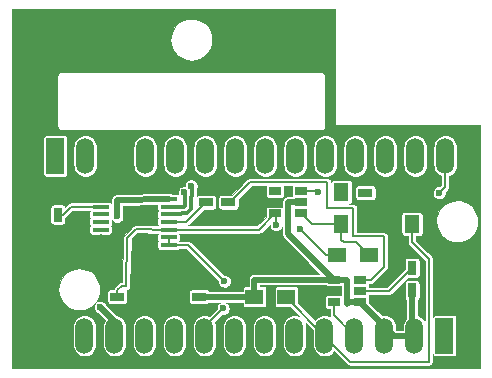
<source format=gbr>
G04 #@! TF.FileFunction,Copper,L1,Top,Signal*
%FSLAX46Y46*%
G04 Gerber Fmt 4.6, Leading zero omitted, Abs format (unit mm)*
G04 Created by KiCad (PCBNEW 4.0.2-4+6225~38~ubuntu14.04.1-stable) date lun 04 abr 2016 12:34:46 ART*
%MOMM*%
G01*
G04 APERTURE LIST*
%ADD10C,0.100000*%
%ADD11R,1.399540X0.350520*%
%ADD12O,1.506220X3.014980*%
%ADD13R,1.506220X3.014980*%
%ADD14R,1.300000X1.500000*%
%ADD15R,1.500000X1.300000*%
%ADD16R,1.060000X0.650000*%
%ADD17R,1.200000X0.750000*%
%ADD18R,0.750000X1.200000*%
%ADD19C,0.600000*%
%ADD20C,0.500000*%
%ADD21C,0.203200*%
%ADD22C,0.300000*%
G04 APERTURE END LIST*
D10*
D11*
X144375280Y-105275840D03*
X144375280Y-104625600D03*
X144375280Y-103975360D03*
X144375280Y-103325120D03*
X144375280Y-102674880D03*
X144375280Y-102024640D03*
X144375280Y-101374400D03*
X144375280Y-100724160D03*
X138624720Y-100724160D03*
X138624720Y-101374400D03*
X138624720Y-102024640D03*
X138624720Y-102674880D03*
X138624720Y-103325120D03*
X138624720Y-103975360D03*
X138624720Y-104625600D03*
X138624720Y-105275840D03*
D12*
X144940000Y-97100000D03*
X147480000Y-97100000D03*
X150020000Y-97100000D03*
X152560000Y-97100000D03*
X155100000Y-97100000D03*
X157640000Y-97100000D03*
X160180000Y-97100000D03*
X162720000Y-97100000D03*
X165260000Y-97100000D03*
X142400000Y-97100000D03*
X139860000Y-97100000D03*
X137320000Y-97100000D03*
X167800000Y-97100000D03*
D13*
X134780000Y-97100000D03*
D12*
X157580000Y-112300000D03*
X155040000Y-112300000D03*
X152500000Y-112300000D03*
X149960000Y-112300000D03*
X147420000Y-112300000D03*
X144880000Y-112300000D03*
X142340000Y-112300000D03*
X139800000Y-112300000D03*
X137260000Y-112300000D03*
X160120000Y-112300000D03*
X162660000Y-112300000D03*
X165200000Y-112300000D03*
X134720000Y-112300000D03*
D13*
X167740000Y-112300000D03*
D14*
X165000000Y-102850000D03*
X165000000Y-100150000D03*
D15*
X151650000Y-109000000D03*
X154350000Y-109000000D03*
X161350000Y-105500000D03*
X158650000Y-105500000D03*
D14*
X159000000Y-100150000D03*
X159000000Y-102850000D03*
D16*
X153400000Y-100050000D03*
X153400000Y-101000000D03*
X153400000Y-101950000D03*
X155600000Y-101950000D03*
X155600000Y-100050000D03*
X155600000Y-101000000D03*
X158400000Y-107550000D03*
X158400000Y-108500000D03*
X158400000Y-109450000D03*
X160600000Y-109450000D03*
X160600000Y-107550000D03*
X160600000Y-108500000D03*
D17*
X141950000Y-109000000D03*
X140050000Y-109000000D03*
D18*
X135000000Y-102050000D03*
X135000000Y-103950000D03*
D17*
X146950000Y-109000000D03*
X145050000Y-109000000D03*
X147550000Y-101000000D03*
X149450000Y-101000000D03*
D18*
X165000000Y-108450000D03*
X165000000Y-106550000D03*
D17*
X161050000Y-100200000D03*
X162950000Y-100200000D03*
D19*
X143500000Y-107500000D03*
X140000000Y-107500000D03*
X156500000Y-108600000D03*
X146800000Y-107000000D03*
X162900000Y-102100000D03*
X151700000Y-101200000D03*
X138600000Y-109900000D03*
X140000000Y-102200000D03*
X157000000Y-100100000D03*
X167300000Y-100200000D03*
X149000000Y-110000000D03*
X149100000Y-107700000D03*
X146282842Y-99617158D03*
X145717158Y-100182842D03*
X153500000Y-102900000D03*
X155500000Y-103300000D03*
D20*
X138624720Y-105275840D02*
X138624720Y-106124720D01*
X143600000Y-107600000D02*
X143600000Y-109000000D01*
X143500000Y-107500000D02*
X143600000Y-107600000D01*
X138624720Y-106124720D02*
X140000000Y-107500000D01*
X143600000Y-109000000D02*
X143600000Y-109100000D01*
X143600000Y-109100000D02*
X143600000Y-109000000D01*
X158400000Y-108500000D02*
X156600000Y-108500000D01*
X156600000Y-108500000D02*
X156500000Y-108600000D01*
X145050000Y-107000000D02*
X146800000Y-107000000D01*
X162950000Y-100200000D02*
X162950000Y-101950000D01*
X162950000Y-101950000D02*
X162900000Y-102000000D01*
X162900000Y-102000000D02*
X162900000Y-102100000D01*
X151900000Y-101000000D02*
X153400000Y-101000000D01*
X151700000Y-101200000D02*
X151900000Y-101000000D01*
X145050000Y-109000000D02*
X145050000Y-107000000D01*
X145050000Y-107000000D02*
X145050000Y-105950560D01*
X145050000Y-105950560D02*
X144375280Y-105275840D01*
X141950000Y-109000000D02*
X143600000Y-109000000D01*
X143600000Y-109000000D02*
X145050000Y-109000000D01*
X162950000Y-100200000D02*
X164950000Y-100200000D01*
X164950000Y-100200000D02*
X165000000Y-100150000D01*
X134950000Y-103900000D02*
X133900000Y-103900000D01*
X134175840Y-100724160D02*
X133700000Y-101200000D01*
X133700000Y-101200000D02*
X133700000Y-103700000D01*
X133700000Y-103700000D02*
X133900000Y-103900000D01*
X134175840Y-100724160D02*
X138624720Y-100724160D01*
X134950000Y-103900000D02*
X135000000Y-103950000D01*
X138624720Y-100724160D02*
X138624720Y-100275280D01*
X138624720Y-100275280D02*
X139860000Y-99040000D01*
X139860000Y-99040000D02*
X139860000Y-97100000D01*
X135000000Y-103950000D02*
X135000000Y-106000000D01*
X134200000Y-106800000D02*
X134200000Y-111780000D01*
X135000000Y-106000000D02*
X134200000Y-106800000D01*
X134200000Y-111780000D02*
X134720000Y-112300000D01*
X138624720Y-105275840D02*
X138624720Y-104625600D01*
X138624720Y-104625600D02*
X138624720Y-103975360D01*
X135000000Y-103950000D02*
X135250000Y-103950000D01*
X135250000Y-103950000D02*
X136575840Y-105275840D01*
X136575840Y-105275840D02*
X138624720Y-105275840D01*
X158400000Y-107550000D02*
X159450000Y-107550000D01*
X159650000Y-109450000D02*
X160600000Y-109450000D01*
X159500000Y-109600000D02*
X159650000Y-109450000D01*
X159500000Y-107600000D02*
X159500000Y-109600000D01*
X159450000Y-107550000D02*
X159500000Y-107600000D01*
X155600000Y-101000000D02*
X154500000Y-101000000D01*
X154500000Y-103700000D02*
X158350000Y-107550000D01*
X154500000Y-101000000D02*
X154500000Y-103700000D01*
X158350000Y-107550000D02*
X158400000Y-107550000D01*
X151650000Y-109000000D02*
X151650000Y-107550000D01*
X151650000Y-107550000D02*
X158400000Y-107550000D01*
X146950000Y-109000000D02*
X151650000Y-109000000D01*
X165000000Y-108450000D02*
X165000000Y-112100000D01*
X165000000Y-112100000D02*
X164800000Y-112300000D01*
X164800000Y-112300000D02*
X163450000Y-112300000D01*
X163450000Y-112300000D02*
X160600000Y-109450000D01*
X139800000Y-112300000D02*
X139800000Y-111100000D01*
X139800000Y-111100000D02*
X138600000Y-109900000D01*
X140000000Y-102200000D02*
X140015517Y-100836207D01*
X140015517Y-100836207D02*
X144375280Y-100724160D01*
D21*
X167800000Y-97100000D02*
X167800000Y-99700000D01*
X156950000Y-100050000D02*
X155600000Y-100050000D01*
X157000000Y-100100000D02*
X156950000Y-100050000D01*
X167800000Y-99700000D02*
X167300000Y-100200000D01*
X166400000Y-114500000D02*
X159780000Y-114500000D01*
X165000000Y-104400000D02*
X166400000Y-105800000D01*
X166400000Y-105800000D02*
X166400000Y-114500000D01*
X165000000Y-102850000D02*
X165000000Y-104400000D01*
X159780000Y-114500000D02*
X157580000Y-112300000D01*
X154350000Y-109000000D02*
X154350000Y-109070000D01*
X154350000Y-109070000D02*
X157580000Y-112300000D01*
X147420000Y-112300000D02*
X147420000Y-111580000D01*
X147420000Y-111580000D02*
X149000000Y-110000000D01*
X149100000Y-107700000D02*
X146025600Y-104625600D01*
X146025600Y-104625600D02*
X144375280Y-104625600D01*
X144375280Y-103975360D02*
X144375280Y-104625600D01*
X158400000Y-109450000D02*
X158400000Y-110580000D01*
X158400000Y-110580000D02*
X160120000Y-112300000D01*
D22*
X145424935Y-102024640D02*
X144375280Y-102024640D01*
X146282842Y-101570710D02*
X145904032Y-101949520D01*
X145904032Y-101949520D02*
X145500055Y-101949520D01*
X145500055Y-101949520D02*
X145424935Y-102024640D01*
X146367159Y-99870841D02*
X146367159Y-100494843D01*
X146282842Y-99786524D02*
X146367159Y-99870841D01*
X146282842Y-99617158D02*
X146282842Y-99786524D01*
X146282842Y-100579160D02*
X146282842Y-101570710D01*
X146367159Y-100494843D02*
X146282842Y-100579160D01*
X145782843Y-101363605D02*
X145696928Y-101449520D01*
X145696928Y-101449520D02*
X145500055Y-101449520D01*
X145500055Y-101449520D02*
X145424935Y-101374400D01*
X145424935Y-101374400D02*
X144375280Y-101374400D01*
X145717158Y-100182842D02*
X145782843Y-100248527D01*
X145782843Y-100248527D02*
X145782843Y-101363605D01*
D21*
X140800059Y-108097581D02*
X140402419Y-108097581D01*
X140050000Y-108450000D02*
X140050000Y-109000000D01*
X140402419Y-108097581D02*
X140050000Y-108450000D01*
X158650000Y-105500000D02*
X157700000Y-105500000D01*
X153500000Y-102300000D02*
X153400000Y-102200000D01*
X153500000Y-102900000D02*
X153500000Y-102300000D01*
X157700000Y-105500000D02*
X155500000Y-103300000D01*
X153400000Y-102200000D02*
X153400000Y-101950000D01*
X140800000Y-108100000D02*
X140800059Y-108097581D01*
X140800059Y-108097581D02*
X140900000Y-104000000D01*
X141600000Y-103300000D02*
X144375280Y-103325120D01*
X140900000Y-104000000D02*
X141600000Y-103300000D01*
X144375280Y-103325120D02*
X152024880Y-103325120D01*
X152024880Y-103325120D02*
X153400000Y-101950000D01*
X135000000Y-102050000D02*
X135450000Y-102050000D01*
X136125600Y-101374400D02*
X138624720Y-101374400D01*
X135450000Y-102050000D02*
X136125600Y-101374400D01*
X144375280Y-102674880D02*
X145875120Y-102674880D01*
X145875120Y-102674880D02*
X147550000Y-101000000D01*
X160000000Y-102300000D02*
X160000000Y-103900000D01*
X149600000Y-101000000D02*
X151300000Y-99300000D01*
X151300000Y-99300000D02*
X157100000Y-99300000D01*
X157100000Y-99300000D02*
X157800000Y-99300000D01*
X157800000Y-99300000D02*
X157800000Y-101500000D01*
X157800000Y-101500000D02*
X160000000Y-101500000D01*
X160000000Y-101500000D02*
X160000000Y-102300000D01*
X161550000Y-107550000D02*
X160600000Y-107550000D01*
X162600000Y-106500000D02*
X161550000Y-107550000D01*
X162600000Y-103900000D02*
X162600000Y-106500000D01*
X160000000Y-103900000D02*
X162600000Y-103900000D01*
X149450000Y-101000000D02*
X149600000Y-101000000D01*
X160600000Y-108500000D02*
X163050000Y-108500000D01*
X163050000Y-108500000D02*
X165000000Y-106550000D01*
X159000000Y-102850000D02*
X156500000Y-102850000D01*
X156500000Y-102850000D02*
X155600000Y-101950000D01*
X159000000Y-102850000D02*
X159000000Y-104200000D01*
X160250000Y-104400000D02*
X161350000Y-105500000D01*
X159200000Y-104400000D02*
X160250000Y-104400000D01*
X159000000Y-104200000D02*
X159200000Y-104400000D01*
D10*
G36*
X158450000Y-94400000D02*
X158451980Y-94413930D01*
X158457761Y-94426756D01*
X158466888Y-94437464D01*
X158478636Y-94445206D01*
X158492076Y-94449368D01*
X158500000Y-94450000D01*
X170750000Y-94450000D01*
X170750000Y-115075000D01*
X131150000Y-115075000D01*
X131150000Y-111537116D01*
X136256890Y-111537116D01*
X136256890Y-113062884D01*
X136275994Y-113257722D01*
X136332579Y-113445140D01*
X136424488Y-113617997D01*
X136548222Y-113769710D01*
X136699068Y-113894500D01*
X136871279Y-113987614D01*
X137058297Y-114045506D01*
X137252997Y-114065970D01*
X137447964Y-114048226D01*
X137635772Y-113992951D01*
X137809266Y-113902251D01*
X137961839Y-113779579D01*
X138087680Y-113629608D01*
X138181994Y-113458051D01*
X138241190Y-113271442D01*
X138263012Y-113076890D01*
X138263110Y-113062884D01*
X138263110Y-111537116D01*
X138244006Y-111342278D01*
X138187421Y-111154860D01*
X138095512Y-110982003D01*
X137971778Y-110830290D01*
X137820932Y-110705500D01*
X137648721Y-110612386D01*
X137461703Y-110554494D01*
X137267003Y-110534030D01*
X137072036Y-110551774D01*
X136884228Y-110607049D01*
X136710734Y-110697749D01*
X136558161Y-110820421D01*
X136432320Y-110970392D01*
X136338006Y-111141949D01*
X136278810Y-111328558D01*
X136256988Y-111523110D01*
X136256890Y-111537116D01*
X131150000Y-111537116D01*
X131150000Y-108394814D01*
X135042968Y-108394814D01*
X135081631Y-108739502D01*
X135186508Y-109070116D01*
X135353604Y-109374062D01*
X135576555Y-109639764D01*
X135846868Y-109857102D01*
X136154247Y-110017796D01*
X136486985Y-110115726D01*
X136832407Y-110147162D01*
X137177357Y-110110906D01*
X137508695Y-110008340D01*
X137623537Y-109946245D01*
X138049277Y-109946245D01*
X138068748Y-110052334D01*
X138108454Y-110152620D01*
X138166883Y-110243284D01*
X138241809Y-110320873D01*
X138330379Y-110382430D01*
X138410195Y-110417301D01*
X138969115Y-110976222D01*
X138878006Y-111141949D01*
X138818810Y-111328558D01*
X138796988Y-111523110D01*
X138796890Y-111537116D01*
X138796890Y-113062884D01*
X138815994Y-113257722D01*
X138872579Y-113445140D01*
X138964488Y-113617997D01*
X139088222Y-113769710D01*
X139239068Y-113894500D01*
X139411279Y-113987614D01*
X139598297Y-114045506D01*
X139792997Y-114065970D01*
X139987964Y-114048226D01*
X140175772Y-113992951D01*
X140349266Y-113902251D01*
X140501839Y-113779579D01*
X140627680Y-113629608D01*
X140721994Y-113458051D01*
X140781190Y-113271442D01*
X140803012Y-113076890D01*
X140803110Y-113062884D01*
X140803110Y-111537116D01*
X141336890Y-111537116D01*
X141336890Y-113062884D01*
X141355994Y-113257722D01*
X141412579Y-113445140D01*
X141504488Y-113617997D01*
X141628222Y-113769710D01*
X141779068Y-113894500D01*
X141951279Y-113987614D01*
X142138297Y-114045506D01*
X142332997Y-114065970D01*
X142527964Y-114048226D01*
X142715772Y-113992951D01*
X142889266Y-113902251D01*
X143041839Y-113779579D01*
X143167680Y-113629608D01*
X143261994Y-113458051D01*
X143321190Y-113271442D01*
X143343012Y-113076890D01*
X143343110Y-113062884D01*
X143343110Y-111537116D01*
X143876890Y-111537116D01*
X143876890Y-113062884D01*
X143895994Y-113257722D01*
X143952579Y-113445140D01*
X144044488Y-113617997D01*
X144168222Y-113769710D01*
X144319068Y-113894500D01*
X144491279Y-113987614D01*
X144678297Y-114045506D01*
X144872997Y-114065970D01*
X145067964Y-114048226D01*
X145255772Y-113992951D01*
X145429266Y-113902251D01*
X145581839Y-113779579D01*
X145707680Y-113629608D01*
X145801994Y-113458051D01*
X145861190Y-113271442D01*
X145883012Y-113076890D01*
X145883110Y-113062884D01*
X145883110Y-111537116D01*
X145864006Y-111342278D01*
X145807421Y-111154860D01*
X145715512Y-110982003D01*
X145591778Y-110830290D01*
X145440932Y-110705500D01*
X145268721Y-110612386D01*
X145081703Y-110554494D01*
X144887003Y-110534030D01*
X144692036Y-110551774D01*
X144504228Y-110607049D01*
X144330734Y-110697749D01*
X144178161Y-110820421D01*
X144052320Y-110970392D01*
X143958006Y-111141949D01*
X143898810Y-111328558D01*
X143876988Y-111523110D01*
X143876890Y-111537116D01*
X143343110Y-111537116D01*
X143324006Y-111342278D01*
X143267421Y-111154860D01*
X143175512Y-110982003D01*
X143051778Y-110830290D01*
X142900932Y-110705500D01*
X142728721Y-110612386D01*
X142541703Y-110554494D01*
X142347003Y-110534030D01*
X142152036Y-110551774D01*
X141964228Y-110607049D01*
X141790734Y-110697749D01*
X141638161Y-110820421D01*
X141512320Y-110970392D01*
X141418006Y-111141949D01*
X141358810Y-111328558D01*
X141336988Y-111523110D01*
X141336890Y-111537116D01*
X140803110Y-111537116D01*
X140784006Y-111342278D01*
X140727421Y-111154860D01*
X140635512Y-110982003D01*
X140511778Y-110830290D01*
X140360932Y-110705500D01*
X140188721Y-110612386D01*
X140001703Y-110554494D01*
X139956891Y-110549784D01*
X139116244Y-109709138D01*
X139087971Y-109640541D01*
X139028282Y-109550702D01*
X138952279Y-109474167D01*
X138862859Y-109413853D01*
X138763426Y-109372055D01*
X138657769Y-109350367D01*
X138549911Y-109349614D01*
X138443961Y-109369825D01*
X138343954Y-109410230D01*
X138253701Y-109469290D01*
X138176637Y-109544756D01*
X138115699Y-109633754D01*
X138073209Y-109732892D01*
X138050783Y-109838395D01*
X138049277Y-109946245D01*
X137623537Y-109946245D01*
X137813800Y-109843370D01*
X138081053Y-109622279D01*
X138300272Y-109353490D01*
X138463108Y-109047240D01*
X138563358Y-108715194D01*
X138597205Y-108370000D01*
X138596512Y-108320378D01*
X138553040Y-107976263D01*
X138443558Y-107647146D01*
X138272234Y-107345562D01*
X138045595Y-107082998D01*
X137772274Y-106869456D01*
X137462681Y-106713069D01*
X137128608Y-106619795D01*
X136782781Y-106593185D01*
X136438371Y-106634253D01*
X136108498Y-106741436D01*
X135805725Y-106910650D01*
X135541586Y-107135450D01*
X135326141Y-107407273D01*
X135167597Y-107715767D01*
X135071992Y-108049180D01*
X135042968Y-108394814D01*
X131150000Y-108394814D01*
X131150000Y-101450000D01*
X134373791Y-101450000D01*
X134373791Y-102650000D01*
X134376966Y-102689811D01*
X134397877Y-102757336D01*
X134436772Y-102816362D01*
X134490571Y-102862214D01*
X134555015Y-102891263D01*
X134625000Y-102901209D01*
X135375000Y-102901209D01*
X135414811Y-102898034D01*
X135482336Y-102877123D01*
X135541362Y-102838228D01*
X135587214Y-102784429D01*
X135616263Y-102719985D01*
X135626209Y-102650000D01*
X135626209Y-102352801D01*
X135641495Y-102344877D01*
X135642943Y-102343721D01*
X135644572Y-102342855D01*
X135669680Y-102322377D01*
X135695124Y-102302066D01*
X135697702Y-102299523D01*
X135697749Y-102299485D01*
X135697785Y-102299442D01*
X135698619Y-102298619D01*
X136271238Y-101726000D01*
X137707756Y-101726000D01*
X137683687Y-101779395D01*
X137673741Y-101849380D01*
X137673741Y-102199900D01*
X137676916Y-102239711D01*
X137697827Y-102307236D01*
X137725865Y-102349786D01*
X137712736Y-102365191D01*
X137683687Y-102429635D01*
X137673741Y-102499620D01*
X137673741Y-102850140D01*
X137676916Y-102889951D01*
X137697827Y-102957476D01*
X137725865Y-103000026D01*
X137712736Y-103015431D01*
X137683687Y-103079875D01*
X137673741Y-103149860D01*
X137673741Y-103500380D01*
X137676916Y-103540191D01*
X137697827Y-103607716D01*
X137736722Y-103666742D01*
X137790521Y-103712594D01*
X137854965Y-103741643D01*
X137924950Y-103751589D01*
X139324490Y-103751589D01*
X139364301Y-103748414D01*
X139431826Y-103727503D01*
X139490852Y-103688608D01*
X139536704Y-103634809D01*
X139565753Y-103570365D01*
X139575699Y-103500380D01*
X139575699Y-103149860D01*
X139572524Y-103110049D01*
X139551613Y-103042524D01*
X139523575Y-102999974D01*
X139536704Y-102984569D01*
X139565753Y-102920125D01*
X139575699Y-102850140D01*
X139575699Y-102552413D01*
X139641809Y-102620873D01*
X139730379Y-102682430D01*
X139829218Y-102725612D01*
X139934563Y-102748773D01*
X140042400Y-102751032D01*
X140148621Y-102732302D01*
X140249182Y-102693297D01*
X140340252Y-102635503D01*
X140418362Y-102561120D01*
X140480536Y-102472982D01*
X140524407Y-102374447D01*
X140548303Y-102269267D01*
X140550023Y-102146070D01*
X140529073Y-102040263D01*
X140502581Y-101975989D01*
X140510004Y-101323664D01*
X143424301Y-101248766D01*
X143424301Y-101549660D01*
X143427476Y-101589471D01*
X143448387Y-101656996D01*
X143476425Y-101699546D01*
X143463296Y-101714951D01*
X143434247Y-101779395D01*
X143424301Y-101849380D01*
X143424301Y-102199900D01*
X143427476Y-102239711D01*
X143448387Y-102307236D01*
X143476425Y-102349786D01*
X143463296Y-102365191D01*
X143434247Y-102429635D01*
X143424301Y-102499620D01*
X143424301Y-102850140D01*
X143427476Y-102889951D01*
X143448387Y-102957476D01*
X143453451Y-102965161D01*
X141603182Y-102948414D01*
X141569140Y-102951441D01*
X141535322Y-102954400D01*
X141535082Y-102954470D01*
X141534832Y-102954492D01*
X141502259Y-102964006D01*
X141469427Y-102973545D01*
X141469203Y-102973661D01*
X141468964Y-102973731D01*
X141439173Y-102989227D01*
X141408505Y-103005123D01*
X141408305Y-103005283D01*
X141408087Y-103005396D01*
X141382019Y-103026266D01*
X141354876Y-103047934D01*
X141354536Y-103048269D01*
X141354519Y-103048283D01*
X141354503Y-103048302D01*
X141351381Y-103051382D01*
X140651381Y-103751381D01*
X140633476Y-103773179D01*
X140614820Y-103794343D01*
X140611729Y-103799654D01*
X140607826Y-103804406D01*
X140594502Y-103829257D01*
X140580305Y-103853651D01*
X140578302Y-103859470D01*
X140575400Y-103864882D01*
X140567158Y-103891840D01*
X140557968Y-103918534D01*
X140557134Y-103924626D01*
X140555337Y-103930503D01*
X140552487Y-103958559D01*
X140548658Y-103986520D01*
X140548505Y-103991427D01*
X140456931Y-107745981D01*
X140402419Y-107745981D01*
X140370095Y-107749150D01*
X140337742Y-107751981D01*
X140335968Y-107752496D01*
X140334126Y-107752677D01*
X140303056Y-107762058D01*
X140271846Y-107771125D01*
X140270201Y-107771978D01*
X140268435Y-107772511D01*
X140239823Y-107787724D01*
X140210924Y-107802704D01*
X140209476Y-107803860D01*
X140207847Y-107804726D01*
X140182714Y-107825224D01*
X140157296Y-107845515D01*
X140154718Y-107848057D01*
X140154670Y-107848096D01*
X140154633Y-107848140D01*
X140153800Y-107848962D01*
X139801381Y-108201381D01*
X139780759Y-108226487D01*
X139759890Y-108251358D01*
X139759000Y-108252976D01*
X139757826Y-108254406D01*
X139742490Y-108283008D01*
X139726832Y-108311490D01*
X139726272Y-108313256D01*
X139725400Y-108314882D01*
X139715923Y-108345880D01*
X139707069Y-108373791D01*
X139450000Y-108373791D01*
X139410189Y-108376966D01*
X139342664Y-108397877D01*
X139283638Y-108436772D01*
X139237786Y-108490571D01*
X139208737Y-108555015D01*
X139198791Y-108625000D01*
X139198791Y-109375000D01*
X139201966Y-109414811D01*
X139222877Y-109482336D01*
X139261772Y-109541362D01*
X139315571Y-109587214D01*
X139380015Y-109616263D01*
X139450000Y-109626209D01*
X140650000Y-109626209D01*
X140689811Y-109623034D01*
X140757336Y-109602123D01*
X140816362Y-109563228D01*
X140862214Y-109509429D01*
X140891263Y-109444985D01*
X140901209Y-109375000D01*
X140901209Y-108625000D01*
X140898034Y-108585189D01*
X140877123Y-108517664D01*
X140838228Y-108458638D01*
X140826816Y-108448912D01*
X140857442Y-108446876D01*
X140923724Y-108429113D01*
X140985292Y-108398813D01*
X141039804Y-108357133D01*
X141085180Y-108305657D01*
X141119695Y-108246349D01*
X141123686Y-108234755D01*
X141124186Y-108233831D01*
X141125805Y-108228602D01*
X141142032Y-108181466D01*
X141143330Y-108171989D01*
X141144478Y-108168280D01*
X141146591Y-108148174D01*
X141151342Y-108113480D01*
X141151495Y-108108573D01*
X141151554Y-108106154D01*
X141248066Y-104149172D01*
X141744316Y-103652921D01*
X143462035Y-103668469D01*
X143434247Y-103730115D01*
X143424301Y-103800100D01*
X143424301Y-104150620D01*
X143427476Y-104190431D01*
X143448387Y-104257956D01*
X143476425Y-104300506D01*
X143463296Y-104315911D01*
X143434247Y-104380355D01*
X143424301Y-104450340D01*
X143424301Y-104800860D01*
X143427476Y-104840671D01*
X143448387Y-104908196D01*
X143487282Y-104967222D01*
X143541081Y-105013074D01*
X143605525Y-105042123D01*
X143675510Y-105052069D01*
X145075050Y-105052069D01*
X145114861Y-105048894D01*
X145182386Y-105027983D01*
X145241412Y-104989088D01*
X145251544Y-104977200D01*
X145879962Y-104977200D01*
X148550650Y-107647888D01*
X148549277Y-107746245D01*
X148568748Y-107852334D01*
X148608454Y-107952620D01*
X148666883Y-108043284D01*
X148741809Y-108120873D01*
X148830379Y-108182430D01*
X148929218Y-108225612D01*
X149034563Y-108248773D01*
X149142400Y-108251032D01*
X149248621Y-108232302D01*
X149349182Y-108193297D01*
X149440252Y-108135503D01*
X149518362Y-108061120D01*
X149580536Y-107972982D01*
X149624407Y-107874447D01*
X149648303Y-107769267D01*
X149650023Y-107646070D01*
X149629073Y-107540263D01*
X149587971Y-107440541D01*
X149528282Y-107350702D01*
X149452279Y-107274167D01*
X149362859Y-107213853D01*
X149263426Y-107172055D01*
X149157769Y-107150367D01*
X149049911Y-107149614D01*
X149047342Y-107150104D01*
X146274219Y-104376981D01*
X146249113Y-104356359D01*
X146224242Y-104335490D01*
X146222624Y-104334600D01*
X146221194Y-104333426D01*
X146192592Y-104318090D01*
X146164110Y-104302432D01*
X146162344Y-104301872D01*
X146160718Y-104301000D01*
X146129720Y-104291523D01*
X146098702Y-104281683D01*
X146096862Y-104281477D01*
X146095097Y-104280937D01*
X146062817Y-104277658D01*
X146030509Y-104274034D01*
X146026897Y-104274009D01*
X146026828Y-104274002D01*
X146026764Y-104274008D01*
X146025600Y-104274000D01*
X145292244Y-104274000D01*
X145316313Y-104220605D01*
X145326259Y-104150620D01*
X145326259Y-103800100D01*
X145323084Y-103760289D01*
X145302173Y-103692764D01*
X145291601Y-103676720D01*
X152024880Y-103676720D01*
X152057200Y-103673551D01*
X152089558Y-103670720D01*
X152091333Y-103670204D01*
X152093173Y-103670024D01*
X152124231Y-103660647D01*
X152155453Y-103651576D01*
X152157098Y-103650723D01*
X152158864Y-103650190D01*
X152187476Y-103634977D01*
X152216375Y-103619997D01*
X152217823Y-103618841D01*
X152219452Y-103617975D01*
X152244560Y-103597497D01*
X152270004Y-103577186D01*
X152272582Y-103574643D01*
X152272629Y-103574605D01*
X152272665Y-103574562D01*
X152273499Y-103573739D01*
X152949961Y-102897277D01*
X152949277Y-102946245D01*
X152968748Y-103052334D01*
X153008454Y-103152620D01*
X153066883Y-103243284D01*
X153141809Y-103320873D01*
X153230379Y-103382430D01*
X153329218Y-103425612D01*
X153434563Y-103448773D01*
X153542400Y-103451032D01*
X153648621Y-103432302D01*
X153749182Y-103393297D01*
X153840252Y-103335503D01*
X153918362Y-103261120D01*
X153980536Y-103172982D01*
X154000000Y-103129266D01*
X154000000Y-103700000D01*
X154004505Y-103745944D01*
X154008532Y-103791976D01*
X154009265Y-103794501D01*
X154009522Y-103797117D01*
X154022851Y-103841263D01*
X154035757Y-103885684D01*
X154036967Y-103888019D01*
X154037727Y-103890535D01*
X154059394Y-103931285D01*
X154080664Y-103972320D01*
X154082306Y-103974376D01*
X154083539Y-103976696D01*
X154112728Y-104012485D01*
X154141545Y-104048582D01*
X154145152Y-104052240D01*
X154145215Y-104052317D01*
X154145286Y-104052376D01*
X154146447Y-104053553D01*
X157142893Y-107050000D01*
X151650000Y-107050000D01*
X151603183Y-107054590D01*
X151556309Y-107058856D01*
X151554627Y-107059351D01*
X151552883Y-107059522D01*
X151507845Y-107073120D01*
X151462697Y-107086408D01*
X151461143Y-107087220D01*
X151459465Y-107087727D01*
X151417896Y-107109829D01*
X151376218Y-107131618D01*
X151374853Y-107132715D01*
X151373304Y-107133539D01*
X151336836Y-107163282D01*
X151300168Y-107192764D01*
X151299040Y-107194108D01*
X151297683Y-107195215D01*
X151267735Y-107231415D01*
X151237443Y-107267516D01*
X151236597Y-107269055D01*
X151235481Y-107270404D01*
X151213112Y-107311773D01*
X151190432Y-107353029D01*
X151189902Y-107354699D01*
X151189068Y-107356242D01*
X151175148Y-107401209D01*
X151160926Y-107446044D01*
X151160731Y-107447785D01*
X151160212Y-107449461D01*
X151155288Y-107496306D01*
X151150049Y-107543019D01*
X151150025Y-107546382D01*
X151150012Y-107546509D01*
X151150024Y-107546637D01*
X151150000Y-107550000D01*
X151150000Y-108098791D01*
X150900000Y-108098791D01*
X150860189Y-108101966D01*
X150792664Y-108122877D01*
X150733638Y-108161772D01*
X150687786Y-108215571D01*
X150658737Y-108280015D01*
X150648791Y-108350000D01*
X150648791Y-108500000D01*
X147765483Y-108500000D01*
X147738228Y-108458638D01*
X147684429Y-108412786D01*
X147619985Y-108383737D01*
X147550000Y-108373791D01*
X146350000Y-108373791D01*
X146310189Y-108376966D01*
X146242664Y-108397877D01*
X146183638Y-108436772D01*
X146137786Y-108490571D01*
X146108737Y-108555015D01*
X146098791Y-108625000D01*
X146098791Y-109375000D01*
X146101966Y-109414811D01*
X146122877Y-109482336D01*
X146161772Y-109541362D01*
X146215571Y-109587214D01*
X146280015Y-109616263D01*
X146350000Y-109626209D01*
X147550000Y-109626209D01*
X147589811Y-109623034D01*
X147657336Y-109602123D01*
X147716362Y-109563228D01*
X147762214Y-109509429D01*
X147766464Y-109500000D01*
X148769274Y-109500000D01*
X148743954Y-109510230D01*
X148653701Y-109569290D01*
X148576637Y-109644756D01*
X148515699Y-109733754D01*
X148473209Y-109832892D01*
X148450783Y-109938395D01*
X148449277Y-110046245D01*
X148450400Y-110052363D01*
X147861720Y-110641042D01*
X147808721Y-110612386D01*
X147621703Y-110554494D01*
X147427003Y-110534030D01*
X147232036Y-110551774D01*
X147044228Y-110607049D01*
X146870734Y-110697749D01*
X146718161Y-110820421D01*
X146592320Y-110970392D01*
X146498006Y-111141949D01*
X146438810Y-111328558D01*
X146416988Y-111523110D01*
X146416890Y-111537116D01*
X146416890Y-113062884D01*
X146435994Y-113257722D01*
X146492579Y-113445140D01*
X146584488Y-113617997D01*
X146708222Y-113769710D01*
X146859068Y-113894500D01*
X147031279Y-113987614D01*
X147218297Y-114045506D01*
X147412997Y-114065970D01*
X147607964Y-114048226D01*
X147795772Y-113992951D01*
X147969266Y-113902251D01*
X148121839Y-113779579D01*
X148247680Y-113629608D01*
X148341994Y-113458051D01*
X148401190Y-113271442D01*
X148423012Y-113076890D01*
X148423110Y-113062884D01*
X148423110Y-111537116D01*
X148956890Y-111537116D01*
X148956890Y-113062884D01*
X148975994Y-113257722D01*
X149032579Y-113445140D01*
X149124488Y-113617997D01*
X149248222Y-113769710D01*
X149399068Y-113894500D01*
X149571279Y-113987614D01*
X149758297Y-114045506D01*
X149952997Y-114065970D01*
X150147964Y-114048226D01*
X150335772Y-113992951D01*
X150509266Y-113902251D01*
X150661839Y-113779579D01*
X150787680Y-113629608D01*
X150881994Y-113458051D01*
X150941190Y-113271442D01*
X150963012Y-113076890D01*
X150963110Y-113062884D01*
X150963110Y-111537116D01*
X151496890Y-111537116D01*
X151496890Y-113062884D01*
X151515994Y-113257722D01*
X151572579Y-113445140D01*
X151664488Y-113617997D01*
X151788222Y-113769710D01*
X151939068Y-113894500D01*
X152111279Y-113987614D01*
X152298297Y-114045506D01*
X152492997Y-114065970D01*
X152687964Y-114048226D01*
X152875772Y-113992951D01*
X153049266Y-113902251D01*
X153201839Y-113779579D01*
X153327680Y-113629608D01*
X153421994Y-113458051D01*
X153481190Y-113271442D01*
X153503012Y-113076890D01*
X153503110Y-113062884D01*
X153503110Y-111537116D01*
X153484006Y-111342278D01*
X153427421Y-111154860D01*
X153335512Y-110982003D01*
X153211778Y-110830290D01*
X153060932Y-110705500D01*
X152888721Y-110612386D01*
X152701703Y-110554494D01*
X152507003Y-110534030D01*
X152312036Y-110551774D01*
X152124228Y-110607049D01*
X151950734Y-110697749D01*
X151798161Y-110820421D01*
X151672320Y-110970392D01*
X151578006Y-111141949D01*
X151518810Y-111328558D01*
X151496988Y-111523110D01*
X151496890Y-111537116D01*
X150963110Y-111537116D01*
X150944006Y-111342278D01*
X150887421Y-111154860D01*
X150795512Y-110982003D01*
X150671778Y-110830290D01*
X150520932Y-110705500D01*
X150348721Y-110612386D01*
X150161703Y-110554494D01*
X149967003Y-110534030D01*
X149772036Y-110551774D01*
X149584228Y-110607049D01*
X149410734Y-110697749D01*
X149258161Y-110820421D01*
X149132320Y-110970392D01*
X149038006Y-111141949D01*
X148978810Y-111328558D01*
X148956988Y-111523110D01*
X148956890Y-111537116D01*
X148423110Y-111537116D01*
X148404006Y-111342278D01*
X148347421Y-111154860D01*
X148345670Y-111151567D01*
X148948179Y-110549058D01*
X149042400Y-110551032D01*
X149148621Y-110532302D01*
X149249182Y-110493297D01*
X149340252Y-110435503D01*
X149418362Y-110361120D01*
X149480536Y-110272982D01*
X149524407Y-110174447D01*
X149548303Y-110069267D01*
X149550023Y-109946070D01*
X149529073Y-109840263D01*
X149487971Y-109740541D01*
X149428282Y-109650702D01*
X149352279Y-109574167D01*
X149262859Y-109513853D01*
X149229904Y-109500000D01*
X150648791Y-109500000D01*
X150648791Y-109650000D01*
X150651966Y-109689811D01*
X150672877Y-109757336D01*
X150711772Y-109816362D01*
X150765571Y-109862214D01*
X150830015Y-109891263D01*
X150900000Y-109901209D01*
X152400000Y-109901209D01*
X152439811Y-109898034D01*
X152507336Y-109877123D01*
X152566362Y-109838228D01*
X152612214Y-109784429D01*
X152641263Y-109719985D01*
X152651209Y-109650000D01*
X152651209Y-108350000D01*
X152648034Y-108310189D01*
X152627123Y-108242664D01*
X152588228Y-108183638D01*
X152534429Y-108137786D01*
X152469985Y-108108737D01*
X152400000Y-108098791D01*
X152150000Y-108098791D01*
X152150000Y-108050000D01*
X157691907Y-108050000D01*
X157735571Y-108087214D01*
X157800015Y-108116263D01*
X157870000Y-108126209D01*
X158930000Y-108126209D01*
X158969811Y-108123034D01*
X159000000Y-108113685D01*
X159000000Y-108883744D01*
X158999985Y-108883737D01*
X158930000Y-108873791D01*
X157870000Y-108873791D01*
X157830189Y-108876966D01*
X157762664Y-108897877D01*
X157703638Y-108936772D01*
X157657786Y-108990571D01*
X157628737Y-109055015D01*
X157618791Y-109125000D01*
X157618791Y-109775000D01*
X157621966Y-109814811D01*
X157642877Y-109882336D01*
X157681772Y-109941362D01*
X157735571Y-109987214D01*
X157800015Y-110016263D01*
X157870000Y-110026209D01*
X158048400Y-110026209D01*
X158048400Y-110580000D01*
X158051569Y-110612320D01*
X158054400Y-110644678D01*
X158054916Y-110646453D01*
X158055096Y-110648293D01*
X158058991Y-110661195D01*
X157968721Y-110612386D01*
X157781703Y-110554494D01*
X157587003Y-110534030D01*
X157392036Y-110551774D01*
X157204228Y-110607049D01*
X157030734Y-110697749D01*
X156878161Y-110820421D01*
X156752320Y-110970392D01*
X156750656Y-110973418D01*
X155351209Y-109573971D01*
X155351209Y-108350000D01*
X155348034Y-108310189D01*
X155327123Y-108242664D01*
X155288228Y-108183638D01*
X155234429Y-108137786D01*
X155169985Y-108108737D01*
X155100000Y-108098791D01*
X153600000Y-108098791D01*
X153560189Y-108101966D01*
X153492664Y-108122877D01*
X153433638Y-108161772D01*
X153387786Y-108215571D01*
X153358737Y-108280015D01*
X153348791Y-108350000D01*
X153348791Y-109650000D01*
X153351966Y-109689811D01*
X153372877Y-109757336D01*
X153411772Y-109816362D01*
X153465571Y-109862214D01*
X153530015Y-109891263D01*
X153600000Y-109901209D01*
X154683971Y-109901209D01*
X155380096Y-110597334D01*
X155241703Y-110554494D01*
X155047003Y-110534030D01*
X154852036Y-110551774D01*
X154664228Y-110607049D01*
X154490734Y-110697749D01*
X154338161Y-110820421D01*
X154212320Y-110970392D01*
X154118006Y-111141949D01*
X154058810Y-111328558D01*
X154036988Y-111523110D01*
X154036890Y-111537116D01*
X154036890Y-113062884D01*
X154055994Y-113257722D01*
X154112579Y-113445140D01*
X154204488Y-113617997D01*
X154328222Y-113769710D01*
X154479068Y-113894500D01*
X154651279Y-113987614D01*
X154838297Y-114045506D01*
X155032997Y-114065970D01*
X155227964Y-114048226D01*
X155415772Y-113992951D01*
X155589266Y-113902251D01*
X155741839Y-113779579D01*
X155867680Y-113629608D01*
X155961994Y-113458051D01*
X156021190Y-113271442D01*
X156043012Y-113076890D01*
X156043110Y-113062884D01*
X156043110Y-111537116D01*
X156024006Y-111342278D01*
X155980309Y-111197547D01*
X156576890Y-111794128D01*
X156576890Y-113062884D01*
X156595994Y-113257722D01*
X156652579Y-113445140D01*
X156744488Y-113617997D01*
X156868222Y-113769710D01*
X157019068Y-113894500D01*
X157191279Y-113987614D01*
X157378297Y-114045506D01*
X157572997Y-114065970D01*
X157767964Y-114048226D01*
X157955772Y-113992951D01*
X158129266Y-113902251D01*
X158281839Y-113779579D01*
X158407680Y-113629608D01*
X158409344Y-113626582D01*
X159531381Y-114748619D01*
X159556491Y-114769245D01*
X159581358Y-114790110D01*
X159582976Y-114790999D01*
X159584407Y-114792175D01*
X159613026Y-114807519D01*
X159641490Y-114823168D01*
X159643256Y-114823728D01*
X159644882Y-114824600D01*
X159675868Y-114834073D01*
X159706898Y-114843917D01*
X159708740Y-114844124D01*
X159710504Y-114844663D01*
X159742774Y-114847941D01*
X159775091Y-114851566D01*
X159778704Y-114851591D01*
X159778773Y-114851598D01*
X159778837Y-114851592D01*
X159780000Y-114851600D01*
X166400000Y-114851600D01*
X166432992Y-114848365D01*
X166465883Y-114845372D01*
X166467064Y-114845025D01*
X166468293Y-114844904D01*
X166499954Y-114835345D01*
X166531712Y-114825998D01*
X166532808Y-114825425D01*
X166533984Y-114825070D01*
X166563156Y-114809559D01*
X166592523Y-114794206D01*
X166593483Y-114793434D01*
X166594572Y-114792855D01*
X166620166Y-114771981D01*
X166646002Y-114751209D01*
X166646797Y-114750261D01*
X166647749Y-114749485D01*
X166668816Y-114724020D01*
X166690110Y-114698642D01*
X166690703Y-114697563D01*
X166691490Y-114696612D01*
X166707228Y-114667504D01*
X166723168Y-114638510D01*
X166723541Y-114637333D01*
X166724127Y-114636250D01*
X166733905Y-114604663D01*
X166743917Y-114573102D01*
X166744054Y-114571877D01*
X166744419Y-114570699D01*
X166747873Y-114537835D01*
X166751566Y-114504909D01*
X166751582Y-114502537D01*
X166751591Y-114502455D01*
X166751584Y-114502373D01*
X166751600Y-114500000D01*
X166751600Y-113888453D01*
X166759767Y-113914826D01*
X166798662Y-113973852D01*
X166852461Y-114019704D01*
X166916905Y-114048753D01*
X166986890Y-114058699D01*
X168493110Y-114058699D01*
X168532921Y-114055524D01*
X168600446Y-114034613D01*
X168659472Y-113995718D01*
X168705324Y-113941919D01*
X168734373Y-113877475D01*
X168744319Y-113807490D01*
X168744319Y-110792510D01*
X168741144Y-110752699D01*
X168720233Y-110685174D01*
X168681338Y-110626148D01*
X168627539Y-110580296D01*
X168563095Y-110551247D01*
X168493110Y-110541301D01*
X166986890Y-110541301D01*
X166947079Y-110544476D01*
X166879554Y-110565387D01*
X166820528Y-110604282D01*
X166774676Y-110658081D01*
X166751600Y-110709274D01*
X166751600Y-105800000D01*
X166748431Y-105767680D01*
X166745600Y-105735322D01*
X166745084Y-105733547D01*
X166744904Y-105731707D01*
X166735527Y-105700649D01*
X166726456Y-105669427D01*
X166725603Y-105667782D01*
X166725070Y-105666016D01*
X166709845Y-105637381D01*
X166694877Y-105608505D01*
X166693721Y-105607057D01*
X166692855Y-105605428D01*
X166672377Y-105580320D01*
X166652066Y-105554876D01*
X166649523Y-105552298D01*
X166649485Y-105552251D01*
X166649442Y-105552215D01*
X166648619Y-105551381D01*
X165351600Y-104254362D01*
X165351600Y-103851209D01*
X165650000Y-103851209D01*
X165689811Y-103848034D01*
X165757336Y-103827123D01*
X165816362Y-103788228D01*
X165862214Y-103734429D01*
X165891263Y-103669985D01*
X165901209Y-103600000D01*
X165901209Y-102634814D01*
X167030763Y-102634814D01*
X167069426Y-102979502D01*
X167174303Y-103310116D01*
X167341399Y-103614062D01*
X167564350Y-103879764D01*
X167834663Y-104097102D01*
X168142042Y-104257796D01*
X168474780Y-104355726D01*
X168820202Y-104387162D01*
X169165152Y-104350906D01*
X169496490Y-104248340D01*
X169801595Y-104083370D01*
X170068848Y-103862279D01*
X170288067Y-103593490D01*
X170450903Y-103287240D01*
X170551153Y-102955194D01*
X170585000Y-102610000D01*
X170584307Y-102560378D01*
X170540835Y-102216263D01*
X170431353Y-101887146D01*
X170260029Y-101585562D01*
X170033390Y-101322998D01*
X169760069Y-101109456D01*
X169450476Y-100953069D01*
X169116403Y-100859795D01*
X168770576Y-100833185D01*
X168426166Y-100874253D01*
X168096293Y-100981436D01*
X167793520Y-101150650D01*
X167529381Y-101375450D01*
X167313936Y-101647273D01*
X167155392Y-101955767D01*
X167059787Y-102289180D01*
X167030763Y-102634814D01*
X165901209Y-102634814D01*
X165901209Y-102100000D01*
X165898034Y-102060189D01*
X165877123Y-101992664D01*
X165838228Y-101933638D01*
X165784429Y-101887786D01*
X165719985Y-101858737D01*
X165650000Y-101848791D01*
X164350000Y-101848791D01*
X164310189Y-101851966D01*
X164242664Y-101872877D01*
X164183638Y-101911772D01*
X164137786Y-101965571D01*
X164108737Y-102030015D01*
X164098791Y-102100000D01*
X164098791Y-103600000D01*
X164101966Y-103639811D01*
X164122877Y-103707336D01*
X164161772Y-103766362D01*
X164215571Y-103812214D01*
X164280015Y-103841263D01*
X164350000Y-103851209D01*
X164648400Y-103851209D01*
X164648400Y-104400000D01*
X164651569Y-104432320D01*
X164654400Y-104464678D01*
X164654916Y-104466453D01*
X164655096Y-104468293D01*
X164664473Y-104499351D01*
X164673544Y-104530573D01*
X164674397Y-104532218D01*
X164674930Y-104533984D01*
X164690143Y-104562596D01*
X164705123Y-104591495D01*
X164706279Y-104592943D01*
X164707145Y-104594572D01*
X164727623Y-104619680D01*
X164747934Y-104645124D01*
X164750477Y-104647702D01*
X164750515Y-104647749D01*
X164750558Y-104647785D01*
X164751381Y-104648619D01*
X166048400Y-105945638D01*
X166048400Y-111006242D01*
X166035512Y-110982003D01*
X165911778Y-110830290D01*
X165760932Y-110705500D01*
X165588721Y-110612386D01*
X165500000Y-110584922D01*
X165500000Y-109265483D01*
X165541362Y-109238228D01*
X165587214Y-109184429D01*
X165616263Y-109119985D01*
X165626209Y-109050000D01*
X165626209Y-107850000D01*
X165623034Y-107810189D01*
X165602123Y-107742664D01*
X165563228Y-107683638D01*
X165509429Y-107637786D01*
X165444985Y-107608737D01*
X165375000Y-107598791D01*
X164625000Y-107598791D01*
X164585189Y-107601966D01*
X164517664Y-107622877D01*
X164458638Y-107661772D01*
X164412786Y-107715571D01*
X164383737Y-107780015D01*
X164373791Y-107850000D01*
X164373791Y-109050000D01*
X164376966Y-109089811D01*
X164397877Y-109157336D01*
X164436772Y-109216362D01*
X164490571Y-109262214D01*
X164500000Y-109266464D01*
X164500000Y-110818942D01*
X164498161Y-110820421D01*
X164372320Y-110970392D01*
X164278006Y-111141949D01*
X164218810Y-111328558D01*
X164196988Y-111523110D01*
X164196890Y-111537116D01*
X164196890Y-111800000D01*
X163663110Y-111800000D01*
X163663110Y-111537116D01*
X163644006Y-111342278D01*
X163587421Y-111154860D01*
X163495512Y-110982003D01*
X163371778Y-110830290D01*
X163220932Y-110705500D01*
X163048721Y-110612386D01*
X162861703Y-110554494D01*
X162667003Y-110534030D01*
X162472036Y-110551774D01*
X162423242Y-110566135D01*
X161381209Y-109524103D01*
X161381209Y-109125000D01*
X161378034Y-109085189D01*
X161357123Y-109017664D01*
X161328981Y-108974956D01*
X161342214Y-108959429D01*
X161371263Y-108894985D01*
X161377429Y-108851600D01*
X163050000Y-108851600D01*
X163082320Y-108848431D01*
X163114678Y-108845600D01*
X163116453Y-108845084D01*
X163118293Y-108844904D01*
X163149351Y-108835527D01*
X163180573Y-108826456D01*
X163182218Y-108825603D01*
X163183984Y-108825070D01*
X163212596Y-108809857D01*
X163241495Y-108794877D01*
X163242943Y-108793721D01*
X163244572Y-108792855D01*
X163269680Y-108772377D01*
X163295124Y-108752066D01*
X163297702Y-108749523D01*
X163297749Y-108749485D01*
X163297785Y-108749442D01*
X163298619Y-108748619D01*
X164646028Y-107401209D01*
X165375000Y-107401209D01*
X165414811Y-107398034D01*
X165482336Y-107377123D01*
X165541362Y-107338228D01*
X165587214Y-107284429D01*
X165616263Y-107219985D01*
X165626209Y-107150000D01*
X165626209Y-105950000D01*
X165623034Y-105910189D01*
X165602123Y-105842664D01*
X165563228Y-105783638D01*
X165509429Y-105737786D01*
X165444985Y-105708737D01*
X165375000Y-105698791D01*
X164625000Y-105698791D01*
X164585189Y-105701966D01*
X164517664Y-105722877D01*
X164458638Y-105761772D01*
X164412786Y-105815571D01*
X164383737Y-105880015D01*
X164373791Y-105950000D01*
X164373791Y-106678972D01*
X162904362Y-108148400D01*
X161379088Y-108148400D01*
X161378034Y-108135189D01*
X161357123Y-108067664D01*
X161328981Y-108024956D01*
X161342214Y-108009429D01*
X161371263Y-107944985D01*
X161377429Y-107901600D01*
X161550000Y-107901600D01*
X161582320Y-107898431D01*
X161614678Y-107895600D01*
X161616453Y-107895084D01*
X161618293Y-107894904D01*
X161649351Y-107885527D01*
X161680573Y-107876456D01*
X161682218Y-107875603D01*
X161683984Y-107875070D01*
X161712596Y-107859857D01*
X161741495Y-107844877D01*
X161742943Y-107843721D01*
X161744572Y-107842855D01*
X161769680Y-107822377D01*
X161795124Y-107802066D01*
X161797702Y-107799523D01*
X161797749Y-107799485D01*
X161797785Y-107799442D01*
X161798619Y-107798619D01*
X162848619Y-106748619D01*
X162869241Y-106723513D01*
X162890110Y-106698642D01*
X162891000Y-106697024D01*
X162892174Y-106695594D01*
X162907510Y-106666992D01*
X162923168Y-106638510D01*
X162923728Y-106636744D01*
X162924600Y-106635118D01*
X162934077Y-106604120D01*
X162943917Y-106573102D01*
X162944123Y-106571262D01*
X162944663Y-106569497D01*
X162947937Y-106537261D01*
X162951566Y-106504909D01*
X162951591Y-106501286D01*
X162951597Y-106501228D01*
X162951592Y-106501174D01*
X162951600Y-106500000D01*
X162951600Y-103900000D01*
X162948365Y-103867008D01*
X162945372Y-103834117D01*
X162945025Y-103832936D01*
X162944904Y-103831707D01*
X162935345Y-103800046D01*
X162925998Y-103768288D01*
X162925425Y-103767192D01*
X162925070Y-103766016D01*
X162909559Y-103736844D01*
X162894206Y-103707477D01*
X162893434Y-103706517D01*
X162892855Y-103705428D01*
X162871981Y-103679834D01*
X162851209Y-103653998D01*
X162850261Y-103653203D01*
X162849485Y-103652251D01*
X162824020Y-103631184D01*
X162798642Y-103609890D01*
X162797563Y-103609297D01*
X162796612Y-103608510D01*
X162767504Y-103592772D01*
X162738510Y-103576832D01*
X162737333Y-103576459D01*
X162736250Y-103575873D01*
X162704663Y-103566095D01*
X162673102Y-103556083D01*
X162671877Y-103555946D01*
X162670699Y-103555581D01*
X162637835Y-103552127D01*
X162604909Y-103548434D01*
X162602537Y-103548418D01*
X162602455Y-103548409D01*
X162602373Y-103548416D01*
X162600000Y-103548400D01*
X160351600Y-103548400D01*
X160351600Y-101500000D01*
X160348365Y-101467008D01*
X160345372Y-101434117D01*
X160345025Y-101432936D01*
X160344904Y-101431707D01*
X160335345Y-101400046D01*
X160325998Y-101368288D01*
X160325425Y-101367192D01*
X160325070Y-101366016D01*
X160309559Y-101336844D01*
X160294206Y-101307477D01*
X160293434Y-101306517D01*
X160292855Y-101305428D01*
X160271981Y-101279834D01*
X160251209Y-101253998D01*
X160250261Y-101253203D01*
X160249485Y-101252251D01*
X160224020Y-101231184D01*
X160198642Y-101209890D01*
X160197563Y-101209297D01*
X160196612Y-101208510D01*
X160167504Y-101192772D01*
X160138510Y-101176832D01*
X160137333Y-101176459D01*
X160136250Y-101175873D01*
X160104663Y-101166095D01*
X160073102Y-101156083D01*
X160071877Y-101155946D01*
X160070699Y-101155581D01*
X160037835Y-101152127D01*
X160004909Y-101148434D01*
X160002537Y-101148418D01*
X160002455Y-101148409D01*
X160002373Y-101148416D01*
X160000000Y-101148400D01*
X159685222Y-101148400D01*
X159689811Y-101148034D01*
X159757336Y-101127123D01*
X159816362Y-101088228D01*
X159862214Y-101034429D01*
X159891263Y-100969985D01*
X159901209Y-100900000D01*
X159901209Y-99825000D01*
X160198791Y-99825000D01*
X160198791Y-100575000D01*
X160201966Y-100614811D01*
X160222877Y-100682336D01*
X160261772Y-100741362D01*
X160315571Y-100787214D01*
X160380015Y-100816263D01*
X160450000Y-100826209D01*
X161650000Y-100826209D01*
X161689811Y-100823034D01*
X161757336Y-100802123D01*
X161816362Y-100763228D01*
X161862214Y-100709429D01*
X161891263Y-100644985D01*
X161901209Y-100575000D01*
X161901209Y-100246245D01*
X166749277Y-100246245D01*
X166768748Y-100352334D01*
X166808454Y-100452620D01*
X166866883Y-100543284D01*
X166941809Y-100620873D01*
X167030379Y-100682430D01*
X167129218Y-100725612D01*
X167234563Y-100748773D01*
X167342400Y-100751032D01*
X167448621Y-100732302D01*
X167549182Y-100693297D01*
X167640252Y-100635503D01*
X167718362Y-100561120D01*
X167780536Y-100472982D01*
X167824407Y-100374447D01*
X167848303Y-100269267D01*
X167850007Y-100147231D01*
X168048619Y-99948619D01*
X168069245Y-99923509D01*
X168090110Y-99898642D01*
X168090999Y-99897024D01*
X168092175Y-99895593D01*
X168107519Y-99866974D01*
X168123168Y-99838510D01*
X168123728Y-99836744D01*
X168124600Y-99835118D01*
X168134073Y-99804132D01*
X168143917Y-99773102D01*
X168144124Y-99771260D01*
X168144663Y-99769496D01*
X168147941Y-99737226D01*
X168151566Y-99704909D01*
X168151591Y-99701296D01*
X168151598Y-99701227D01*
X168151592Y-99701163D01*
X168151600Y-99700000D01*
X168151600Y-98800065D01*
X168175772Y-98792951D01*
X168349266Y-98702251D01*
X168501839Y-98579579D01*
X168627680Y-98429608D01*
X168721994Y-98258051D01*
X168781190Y-98071442D01*
X168803012Y-97876890D01*
X168803110Y-97862884D01*
X168803110Y-96337116D01*
X168784006Y-96142278D01*
X168727421Y-95954860D01*
X168635512Y-95782003D01*
X168511778Y-95630290D01*
X168360932Y-95505500D01*
X168188721Y-95412386D01*
X168001703Y-95354494D01*
X167807003Y-95334030D01*
X167612036Y-95351774D01*
X167424228Y-95407049D01*
X167250734Y-95497749D01*
X167098161Y-95620421D01*
X166972320Y-95770392D01*
X166878006Y-95941949D01*
X166818810Y-96128558D01*
X166796988Y-96323110D01*
X166796890Y-96337116D01*
X166796890Y-97862884D01*
X166815994Y-98057722D01*
X166872579Y-98245140D01*
X166964488Y-98417997D01*
X167088222Y-98569710D01*
X167239068Y-98694500D01*
X167411279Y-98787614D01*
X167448400Y-98799105D01*
X167448400Y-99554362D01*
X167352432Y-99650330D01*
X167249911Y-99649614D01*
X167143961Y-99669825D01*
X167043954Y-99710230D01*
X166953701Y-99769290D01*
X166876637Y-99844756D01*
X166815699Y-99933754D01*
X166773209Y-100032892D01*
X166750783Y-100138395D01*
X166749277Y-100246245D01*
X161901209Y-100246245D01*
X161901209Y-99825000D01*
X161898034Y-99785189D01*
X161877123Y-99717664D01*
X161838228Y-99658638D01*
X161784429Y-99612786D01*
X161719985Y-99583737D01*
X161650000Y-99573791D01*
X160450000Y-99573791D01*
X160410189Y-99576966D01*
X160342664Y-99597877D01*
X160283638Y-99636772D01*
X160237786Y-99690571D01*
X160208737Y-99755015D01*
X160198791Y-99825000D01*
X159901209Y-99825000D01*
X159901209Y-99400000D01*
X159898034Y-99360189D01*
X159877123Y-99292664D01*
X159838228Y-99233638D01*
X159784429Y-99187786D01*
X159719985Y-99158737D01*
X159650000Y-99148791D01*
X158350000Y-99148791D01*
X158310189Y-99151966D01*
X158242664Y-99172877D01*
X158183638Y-99211772D01*
X158147226Y-99254494D01*
X158145372Y-99234117D01*
X158145025Y-99232936D01*
X158144904Y-99231707D01*
X158135345Y-99200046D01*
X158125998Y-99168288D01*
X158125425Y-99167192D01*
X158125070Y-99166016D01*
X158109559Y-99136844D01*
X158094206Y-99107477D01*
X158093434Y-99106517D01*
X158092855Y-99105428D01*
X158071981Y-99079834D01*
X158051209Y-99053998D01*
X158050261Y-99053203D01*
X158049485Y-99052251D01*
X158024020Y-99031184D01*
X157998642Y-99009890D01*
X157997563Y-99009297D01*
X157996612Y-99008510D01*
X157967504Y-98992772D01*
X157938510Y-98976832D01*
X157937333Y-98976459D01*
X157936250Y-98975873D01*
X157904663Y-98966095D01*
X157873102Y-98956083D01*
X157871877Y-98955946D01*
X157870699Y-98955581D01*
X157837835Y-98952127D01*
X157804909Y-98948434D01*
X157802537Y-98948418D01*
X157802455Y-98948409D01*
X157802373Y-98948416D01*
X157800000Y-98948400D01*
X151300000Y-98948400D01*
X151267680Y-98951569D01*
X151235322Y-98954400D01*
X151233547Y-98954916D01*
X151231707Y-98955096D01*
X151200649Y-98964473D01*
X151169427Y-98973544D01*
X151167782Y-98974397D01*
X151166016Y-98974930D01*
X151137404Y-98990143D01*
X151108505Y-99005123D01*
X151107057Y-99006279D01*
X151105428Y-99007145D01*
X151080320Y-99027623D01*
X151054876Y-99047934D01*
X151052298Y-99050477D01*
X151052251Y-99050515D01*
X151052215Y-99050558D01*
X151051381Y-99051381D01*
X149728971Y-100373791D01*
X148850000Y-100373791D01*
X148810189Y-100376966D01*
X148742664Y-100397877D01*
X148683638Y-100436772D01*
X148637786Y-100490571D01*
X148608737Y-100555015D01*
X148598791Y-100625000D01*
X148598791Y-101375000D01*
X148601966Y-101414811D01*
X148622877Y-101482336D01*
X148661772Y-101541362D01*
X148715571Y-101587214D01*
X148780015Y-101616263D01*
X148850000Y-101626209D01*
X150050000Y-101626209D01*
X150089811Y-101623034D01*
X150157336Y-101602123D01*
X150216362Y-101563228D01*
X150262214Y-101509429D01*
X150291263Y-101444985D01*
X150301209Y-101375000D01*
X150301209Y-100796029D01*
X151445638Y-99651600D01*
X152630276Y-99651600D01*
X152628737Y-99655015D01*
X152618791Y-99725000D01*
X152618791Y-100375000D01*
X152621966Y-100414811D01*
X152642877Y-100482336D01*
X152681772Y-100541362D01*
X152735571Y-100587214D01*
X152800015Y-100616263D01*
X152870000Y-100626209D01*
X153930000Y-100626209D01*
X153969811Y-100623034D01*
X154037336Y-100602123D01*
X154096362Y-100563228D01*
X154142214Y-100509429D01*
X154171263Y-100444985D01*
X154181209Y-100375000D01*
X154181209Y-99725000D01*
X154178034Y-99685189D01*
X154167632Y-99651600D01*
X154830276Y-99651600D01*
X154828737Y-99655015D01*
X154818791Y-99725000D01*
X154818791Y-100375000D01*
X154821966Y-100414811D01*
X154842877Y-100482336D01*
X154854517Y-100500000D01*
X154500000Y-100500000D01*
X154453183Y-100504590D01*
X154406309Y-100508856D01*
X154404627Y-100509351D01*
X154402883Y-100509522D01*
X154357845Y-100523120D01*
X154312697Y-100536408D01*
X154311143Y-100537220D01*
X154309465Y-100537727D01*
X154267896Y-100559829D01*
X154226218Y-100581618D01*
X154224853Y-100582715D01*
X154223304Y-100583539D01*
X154186836Y-100613282D01*
X154150168Y-100642764D01*
X154149040Y-100644108D01*
X154147683Y-100645215D01*
X154117735Y-100681415D01*
X154087443Y-100717516D01*
X154086597Y-100719055D01*
X154085481Y-100720404D01*
X154063112Y-100761773D01*
X154040432Y-100803029D01*
X154039902Y-100804699D01*
X154039068Y-100806242D01*
X154025148Y-100851211D01*
X154010926Y-100896044D01*
X154010731Y-100897785D01*
X154010212Y-100899461D01*
X154005288Y-100946306D01*
X154000049Y-100993019D01*
X154000025Y-100996382D01*
X154000012Y-100996509D01*
X154000024Y-100996637D01*
X154000000Y-101000000D01*
X154000000Y-101383744D01*
X153999985Y-101383737D01*
X153930000Y-101373791D01*
X152870000Y-101373791D01*
X152830189Y-101376966D01*
X152762664Y-101397877D01*
X152703638Y-101436772D01*
X152657786Y-101490571D01*
X152628737Y-101555015D01*
X152618791Y-101625000D01*
X152618791Y-102233972D01*
X151879242Y-102973520D01*
X146059355Y-102973520D01*
X146066615Y-102969757D01*
X146068063Y-102968601D01*
X146069692Y-102967735D01*
X146094800Y-102947257D01*
X146120244Y-102926946D01*
X146122822Y-102924403D01*
X146122869Y-102924365D01*
X146122905Y-102924322D01*
X146123739Y-102923499D01*
X147421029Y-101626209D01*
X148150000Y-101626209D01*
X148189811Y-101623034D01*
X148257336Y-101602123D01*
X148316362Y-101563228D01*
X148362214Y-101509429D01*
X148391263Y-101444985D01*
X148401209Y-101375000D01*
X148401209Y-100625000D01*
X148398034Y-100585189D01*
X148377123Y-100517664D01*
X148338228Y-100458638D01*
X148284429Y-100412786D01*
X148219985Y-100383737D01*
X148150000Y-100373791D01*
X146950000Y-100373791D01*
X146910189Y-100376966D01*
X146842664Y-100397877D01*
X146783638Y-100436772D01*
X146767159Y-100456107D01*
X146767159Y-99881648D01*
X146807249Y-99791605D01*
X146831145Y-99686425D01*
X146832865Y-99563228D01*
X146811915Y-99457421D01*
X146770813Y-99357699D01*
X146711124Y-99267860D01*
X146635121Y-99191325D01*
X146545701Y-99131011D01*
X146446268Y-99089213D01*
X146340611Y-99067525D01*
X146232753Y-99066772D01*
X146126803Y-99086983D01*
X146026796Y-99127388D01*
X145936543Y-99186448D01*
X145859479Y-99261914D01*
X145798541Y-99350912D01*
X145756051Y-99450050D01*
X145733625Y-99555553D01*
X145732545Y-99632913D01*
X145667069Y-99632456D01*
X145561119Y-99652667D01*
X145461112Y-99693072D01*
X145370859Y-99752132D01*
X145293795Y-99827598D01*
X145232857Y-99916596D01*
X145190367Y-100015734D01*
X145167941Y-100121237D01*
X145166435Y-100229087D01*
X145184082Y-100325238D01*
X145145035Y-100307637D01*
X145075050Y-100297691D01*
X144633930Y-100297691D01*
X144560379Y-100259683D01*
X144466637Y-100232577D01*
X144369414Y-100224195D01*
X144362435Y-100224325D01*
X140002671Y-100336372D01*
X139965131Y-100341029D01*
X139927420Y-100344029D01*
X139916791Y-100347026D01*
X139905831Y-100348386D01*
X139869911Y-100360246D01*
X139833500Y-100370514D01*
X139823654Y-100375520D01*
X139813168Y-100378982D01*
X139780224Y-100397599D01*
X139746513Y-100414738D01*
X139737834Y-100421555D01*
X139728213Y-100426992D01*
X139699514Y-100451653D01*
X139669772Y-100475014D01*
X139662576Y-100483394D01*
X139654201Y-100490591D01*
X139630849Y-100520343D01*
X139606201Y-100549048D01*
X139600769Y-100558667D01*
X139593952Y-100567353D01*
X139576821Y-100601079D01*
X139558220Y-100634020D01*
X139554762Y-100644506D01*
X139549759Y-100654355D01*
X139539505Y-100690770D01*
X139527657Y-100726694D01*
X139526301Y-100737656D01*
X139523308Y-100748285D01*
X139520321Y-100786004D01*
X139515678Y-100823539D01*
X139515549Y-100830519D01*
X139513239Y-101033568D01*
X139512718Y-101032778D01*
X139458919Y-100986926D01*
X139394475Y-100957877D01*
X139324490Y-100947931D01*
X137924950Y-100947931D01*
X137885139Y-100951106D01*
X137817614Y-100972017D01*
X137758588Y-101010912D01*
X137748456Y-101022800D01*
X136125600Y-101022800D01*
X136093276Y-101025969D01*
X136060923Y-101028800D01*
X136059149Y-101029315D01*
X136057307Y-101029496D01*
X136026237Y-101038877D01*
X135995027Y-101047944D01*
X135993382Y-101048797D01*
X135991616Y-101049330D01*
X135963004Y-101064543D01*
X135934105Y-101079523D01*
X135932657Y-101080679D01*
X135931028Y-101081545D01*
X135905895Y-101102043D01*
X135880477Y-101122334D01*
X135877899Y-101124876D01*
X135877851Y-101124915D01*
X135877814Y-101124959D01*
X135876981Y-101125781D01*
X135615831Y-101386931D01*
X135602123Y-101342664D01*
X135563228Y-101283638D01*
X135509429Y-101237786D01*
X135444985Y-101208737D01*
X135375000Y-101198791D01*
X134625000Y-101198791D01*
X134585189Y-101201966D01*
X134517664Y-101222877D01*
X134458638Y-101261772D01*
X134412786Y-101315571D01*
X134383737Y-101380015D01*
X134373791Y-101450000D01*
X131150000Y-101450000D01*
X131150000Y-95592510D01*
X133775681Y-95592510D01*
X133775681Y-98607490D01*
X133778856Y-98647301D01*
X133799767Y-98714826D01*
X133838662Y-98773852D01*
X133892461Y-98819704D01*
X133956905Y-98848753D01*
X134026890Y-98858699D01*
X135533110Y-98858699D01*
X135572921Y-98855524D01*
X135640446Y-98834613D01*
X135699472Y-98795718D01*
X135745324Y-98741919D01*
X135774373Y-98677475D01*
X135784319Y-98607490D01*
X135784319Y-96337116D01*
X136316890Y-96337116D01*
X136316890Y-97862884D01*
X136335994Y-98057722D01*
X136392579Y-98245140D01*
X136484488Y-98417997D01*
X136608222Y-98569710D01*
X136759068Y-98694500D01*
X136931279Y-98787614D01*
X137118297Y-98845506D01*
X137312997Y-98865970D01*
X137507964Y-98848226D01*
X137695772Y-98792951D01*
X137869266Y-98702251D01*
X138021839Y-98579579D01*
X138147680Y-98429608D01*
X138241994Y-98258051D01*
X138301190Y-98071442D01*
X138323012Y-97876890D01*
X138323110Y-97862884D01*
X138323110Y-96337116D01*
X141396890Y-96337116D01*
X141396890Y-97862884D01*
X141415994Y-98057722D01*
X141472579Y-98245140D01*
X141564488Y-98417997D01*
X141688222Y-98569710D01*
X141839068Y-98694500D01*
X142011279Y-98787614D01*
X142198297Y-98845506D01*
X142392997Y-98865970D01*
X142587964Y-98848226D01*
X142775772Y-98792951D01*
X142949266Y-98702251D01*
X143101839Y-98579579D01*
X143227680Y-98429608D01*
X143321994Y-98258051D01*
X143381190Y-98071442D01*
X143403012Y-97876890D01*
X143403110Y-97862884D01*
X143403110Y-96337116D01*
X143936890Y-96337116D01*
X143936890Y-97862884D01*
X143955994Y-98057722D01*
X144012579Y-98245140D01*
X144104488Y-98417997D01*
X144228222Y-98569710D01*
X144379068Y-98694500D01*
X144551279Y-98787614D01*
X144738297Y-98845506D01*
X144932997Y-98865970D01*
X145127964Y-98848226D01*
X145315772Y-98792951D01*
X145489266Y-98702251D01*
X145641839Y-98579579D01*
X145767680Y-98429608D01*
X145861994Y-98258051D01*
X145921190Y-98071442D01*
X145943012Y-97876890D01*
X145943110Y-97862884D01*
X145943110Y-96337116D01*
X146476890Y-96337116D01*
X146476890Y-97862884D01*
X146495994Y-98057722D01*
X146552579Y-98245140D01*
X146644488Y-98417997D01*
X146768222Y-98569710D01*
X146919068Y-98694500D01*
X147091279Y-98787614D01*
X147278297Y-98845506D01*
X147472997Y-98865970D01*
X147667964Y-98848226D01*
X147855772Y-98792951D01*
X148029266Y-98702251D01*
X148181839Y-98579579D01*
X148307680Y-98429608D01*
X148401994Y-98258051D01*
X148461190Y-98071442D01*
X148483012Y-97876890D01*
X148483110Y-97862884D01*
X148483110Y-96337116D01*
X149016890Y-96337116D01*
X149016890Y-97862884D01*
X149035994Y-98057722D01*
X149092579Y-98245140D01*
X149184488Y-98417997D01*
X149308222Y-98569710D01*
X149459068Y-98694500D01*
X149631279Y-98787614D01*
X149818297Y-98845506D01*
X150012997Y-98865970D01*
X150207964Y-98848226D01*
X150395772Y-98792951D01*
X150569266Y-98702251D01*
X150721839Y-98579579D01*
X150847680Y-98429608D01*
X150941994Y-98258051D01*
X151001190Y-98071442D01*
X151023012Y-97876890D01*
X151023110Y-97862884D01*
X151023110Y-96337116D01*
X151556890Y-96337116D01*
X151556890Y-97862884D01*
X151575994Y-98057722D01*
X151632579Y-98245140D01*
X151724488Y-98417997D01*
X151848222Y-98569710D01*
X151999068Y-98694500D01*
X152171279Y-98787614D01*
X152358297Y-98845506D01*
X152552997Y-98865970D01*
X152747964Y-98848226D01*
X152935772Y-98792951D01*
X153109266Y-98702251D01*
X153261839Y-98579579D01*
X153387680Y-98429608D01*
X153481994Y-98258051D01*
X153541190Y-98071442D01*
X153563012Y-97876890D01*
X153563110Y-97862884D01*
X153563110Y-96337116D01*
X154096890Y-96337116D01*
X154096890Y-97862884D01*
X154115994Y-98057722D01*
X154172579Y-98245140D01*
X154264488Y-98417997D01*
X154388222Y-98569710D01*
X154539068Y-98694500D01*
X154711279Y-98787614D01*
X154898297Y-98845506D01*
X155092997Y-98865970D01*
X155287964Y-98848226D01*
X155475772Y-98792951D01*
X155649266Y-98702251D01*
X155801839Y-98579579D01*
X155927680Y-98429608D01*
X156021994Y-98258051D01*
X156081190Y-98071442D01*
X156103012Y-97876890D01*
X156103110Y-97862884D01*
X156103110Y-96337116D01*
X156636890Y-96337116D01*
X156636890Y-97862884D01*
X156655994Y-98057722D01*
X156712579Y-98245140D01*
X156804488Y-98417997D01*
X156928222Y-98569710D01*
X157079068Y-98694500D01*
X157251279Y-98787614D01*
X157438297Y-98845506D01*
X157632997Y-98865970D01*
X157827964Y-98848226D01*
X158015772Y-98792951D01*
X158189266Y-98702251D01*
X158341839Y-98579579D01*
X158467680Y-98429608D01*
X158561994Y-98258051D01*
X158621190Y-98071442D01*
X158643012Y-97876890D01*
X158643110Y-97862884D01*
X158643110Y-96337116D01*
X159176890Y-96337116D01*
X159176890Y-97862884D01*
X159195994Y-98057722D01*
X159252579Y-98245140D01*
X159344488Y-98417997D01*
X159468222Y-98569710D01*
X159619068Y-98694500D01*
X159791279Y-98787614D01*
X159978297Y-98845506D01*
X160172997Y-98865970D01*
X160367964Y-98848226D01*
X160555772Y-98792951D01*
X160729266Y-98702251D01*
X160881839Y-98579579D01*
X161007680Y-98429608D01*
X161101994Y-98258051D01*
X161161190Y-98071442D01*
X161183012Y-97876890D01*
X161183110Y-97862884D01*
X161183110Y-96337116D01*
X161716890Y-96337116D01*
X161716890Y-97862884D01*
X161735994Y-98057722D01*
X161792579Y-98245140D01*
X161884488Y-98417997D01*
X162008222Y-98569710D01*
X162159068Y-98694500D01*
X162331279Y-98787614D01*
X162518297Y-98845506D01*
X162712997Y-98865970D01*
X162907964Y-98848226D01*
X163095772Y-98792951D01*
X163269266Y-98702251D01*
X163421839Y-98579579D01*
X163547680Y-98429608D01*
X163641994Y-98258051D01*
X163701190Y-98071442D01*
X163723012Y-97876890D01*
X163723110Y-97862884D01*
X163723110Y-96337116D01*
X164256890Y-96337116D01*
X164256890Y-97862884D01*
X164275994Y-98057722D01*
X164332579Y-98245140D01*
X164424488Y-98417997D01*
X164548222Y-98569710D01*
X164699068Y-98694500D01*
X164871279Y-98787614D01*
X165058297Y-98845506D01*
X165252997Y-98865970D01*
X165447964Y-98848226D01*
X165635772Y-98792951D01*
X165809266Y-98702251D01*
X165961839Y-98579579D01*
X166087680Y-98429608D01*
X166181994Y-98258051D01*
X166241190Y-98071442D01*
X166263012Y-97876890D01*
X166263110Y-97862884D01*
X166263110Y-96337116D01*
X166244006Y-96142278D01*
X166187421Y-95954860D01*
X166095512Y-95782003D01*
X165971778Y-95630290D01*
X165820932Y-95505500D01*
X165648721Y-95412386D01*
X165461703Y-95354494D01*
X165267003Y-95334030D01*
X165072036Y-95351774D01*
X164884228Y-95407049D01*
X164710734Y-95497749D01*
X164558161Y-95620421D01*
X164432320Y-95770392D01*
X164338006Y-95941949D01*
X164278810Y-96128558D01*
X164256988Y-96323110D01*
X164256890Y-96337116D01*
X163723110Y-96337116D01*
X163704006Y-96142278D01*
X163647421Y-95954860D01*
X163555512Y-95782003D01*
X163431778Y-95630290D01*
X163280932Y-95505500D01*
X163108721Y-95412386D01*
X162921703Y-95354494D01*
X162727003Y-95334030D01*
X162532036Y-95351774D01*
X162344228Y-95407049D01*
X162170734Y-95497749D01*
X162018161Y-95620421D01*
X161892320Y-95770392D01*
X161798006Y-95941949D01*
X161738810Y-96128558D01*
X161716988Y-96323110D01*
X161716890Y-96337116D01*
X161183110Y-96337116D01*
X161164006Y-96142278D01*
X161107421Y-95954860D01*
X161015512Y-95782003D01*
X160891778Y-95630290D01*
X160740932Y-95505500D01*
X160568721Y-95412386D01*
X160381703Y-95354494D01*
X160187003Y-95334030D01*
X159992036Y-95351774D01*
X159804228Y-95407049D01*
X159630734Y-95497749D01*
X159478161Y-95620421D01*
X159352320Y-95770392D01*
X159258006Y-95941949D01*
X159198810Y-96128558D01*
X159176988Y-96323110D01*
X159176890Y-96337116D01*
X158643110Y-96337116D01*
X158624006Y-96142278D01*
X158567421Y-95954860D01*
X158475512Y-95782003D01*
X158351778Y-95630290D01*
X158200932Y-95505500D01*
X158028721Y-95412386D01*
X157841703Y-95354494D01*
X157647003Y-95334030D01*
X157452036Y-95351774D01*
X157264228Y-95407049D01*
X157090734Y-95497749D01*
X156938161Y-95620421D01*
X156812320Y-95770392D01*
X156718006Y-95941949D01*
X156658810Y-96128558D01*
X156636988Y-96323110D01*
X156636890Y-96337116D01*
X156103110Y-96337116D01*
X156084006Y-96142278D01*
X156027421Y-95954860D01*
X155935512Y-95782003D01*
X155811778Y-95630290D01*
X155660932Y-95505500D01*
X155488721Y-95412386D01*
X155301703Y-95354494D01*
X155107003Y-95334030D01*
X154912036Y-95351774D01*
X154724228Y-95407049D01*
X154550734Y-95497749D01*
X154398161Y-95620421D01*
X154272320Y-95770392D01*
X154178006Y-95941949D01*
X154118810Y-96128558D01*
X154096988Y-96323110D01*
X154096890Y-96337116D01*
X153563110Y-96337116D01*
X153544006Y-96142278D01*
X153487421Y-95954860D01*
X153395512Y-95782003D01*
X153271778Y-95630290D01*
X153120932Y-95505500D01*
X152948721Y-95412386D01*
X152761703Y-95354494D01*
X152567003Y-95334030D01*
X152372036Y-95351774D01*
X152184228Y-95407049D01*
X152010734Y-95497749D01*
X151858161Y-95620421D01*
X151732320Y-95770392D01*
X151638006Y-95941949D01*
X151578810Y-96128558D01*
X151556988Y-96323110D01*
X151556890Y-96337116D01*
X151023110Y-96337116D01*
X151004006Y-96142278D01*
X150947421Y-95954860D01*
X150855512Y-95782003D01*
X150731778Y-95630290D01*
X150580932Y-95505500D01*
X150408721Y-95412386D01*
X150221703Y-95354494D01*
X150027003Y-95334030D01*
X149832036Y-95351774D01*
X149644228Y-95407049D01*
X149470734Y-95497749D01*
X149318161Y-95620421D01*
X149192320Y-95770392D01*
X149098006Y-95941949D01*
X149038810Y-96128558D01*
X149016988Y-96323110D01*
X149016890Y-96337116D01*
X148483110Y-96337116D01*
X148464006Y-96142278D01*
X148407421Y-95954860D01*
X148315512Y-95782003D01*
X148191778Y-95630290D01*
X148040932Y-95505500D01*
X147868721Y-95412386D01*
X147681703Y-95354494D01*
X147487003Y-95334030D01*
X147292036Y-95351774D01*
X147104228Y-95407049D01*
X146930734Y-95497749D01*
X146778161Y-95620421D01*
X146652320Y-95770392D01*
X146558006Y-95941949D01*
X146498810Y-96128558D01*
X146476988Y-96323110D01*
X146476890Y-96337116D01*
X145943110Y-96337116D01*
X145924006Y-96142278D01*
X145867421Y-95954860D01*
X145775512Y-95782003D01*
X145651778Y-95630290D01*
X145500932Y-95505500D01*
X145328721Y-95412386D01*
X145141703Y-95354494D01*
X144947003Y-95334030D01*
X144752036Y-95351774D01*
X144564228Y-95407049D01*
X144390734Y-95497749D01*
X144238161Y-95620421D01*
X144112320Y-95770392D01*
X144018006Y-95941949D01*
X143958810Y-96128558D01*
X143936988Y-96323110D01*
X143936890Y-96337116D01*
X143403110Y-96337116D01*
X143384006Y-96142278D01*
X143327421Y-95954860D01*
X143235512Y-95782003D01*
X143111778Y-95630290D01*
X142960932Y-95505500D01*
X142788721Y-95412386D01*
X142601703Y-95354494D01*
X142407003Y-95334030D01*
X142212036Y-95351774D01*
X142024228Y-95407049D01*
X141850734Y-95497749D01*
X141698161Y-95620421D01*
X141572320Y-95770392D01*
X141478006Y-95941949D01*
X141418810Y-96128558D01*
X141396988Y-96323110D01*
X141396890Y-96337116D01*
X138323110Y-96337116D01*
X138304006Y-96142278D01*
X138247421Y-95954860D01*
X138155512Y-95782003D01*
X138031778Y-95630290D01*
X137880932Y-95505500D01*
X137708721Y-95412386D01*
X137521703Y-95354494D01*
X137327003Y-95334030D01*
X137132036Y-95351774D01*
X136944228Y-95407049D01*
X136770734Y-95497749D01*
X136618161Y-95620421D01*
X136492320Y-95770392D01*
X136398006Y-95941949D01*
X136338810Y-96128558D01*
X136316988Y-96323110D01*
X136316890Y-96337116D01*
X135784319Y-96337116D01*
X135784319Y-95592510D01*
X135781144Y-95552699D01*
X135760233Y-95485174D01*
X135721338Y-95426148D01*
X135667539Y-95380296D01*
X135603095Y-95351247D01*
X135533110Y-95341301D01*
X134026890Y-95341301D01*
X133987079Y-95344476D01*
X133919554Y-95365387D01*
X133860528Y-95404282D01*
X133814676Y-95458081D01*
X133785627Y-95522525D01*
X133775681Y-95592510D01*
X131150000Y-95592510D01*
X131150000Y-90300000D01*
X134975000Y-90300000D01*
X134975000Y-94600000D01*
X134977985Y-94630441D01*
X134980757Y-94660899D01*
X134981079Y-94661993D01*
X134981190Y-94663126D01*
X134990015Y-94692354D01*
X134998665Y-94721747D01*
X134999194Y-94722760D01*
X134999523Y-94723848D01*
X135013863Y-94750817D01*
X135028052Y-94777958D01*
X135028766Y-94778847D01*
X135029301Y-94779852D01*
X135048579Y-94803489D01*
X135067796Y-94827391D01*
X135068673Y-94828127D01*
X135069390Y-94829006D01*
X135092910Y-94848464D01*
X135116386Y-94868162D01*
X135117384Y-94868711D01*
X135118262Y-94869437D01*
X135145207Y-94884006D01*
X135171969Y-94898719D01*
X135173052Y-94899062D01*
X135174057Y-94899606D01*
X135203318Y-94908664D01*
X135232429Y-94917898D01*
X135233561Y-94918025D01*
X135234650Y-94918362D01*
X135265085Y-94921561D01*
X135295462Y-94924968D01*
X135297649Y-94924983D01*
X135297731Y-94924992D01*
X135297813Y-94924985D01*
X135300000Y-94925000D01*
X157300000Y-94925000D01*
X157330441Y-94922015D01*
X157360899Y-94919243D01*
X157361993Y-94918921D01*
X157363126Y-94918810D01*
X157392354Y-94909985D01*
X157421747Y-94901335D01*
X157422760Y-94900806D01*
X157423848Y-94900477D01*
X157450817Y-94886137D01*
X157477958Y-94871948D01*
X157478847Y-94871234D01*
X157479852Y-94870699D01*
X157503489Y-94851421D01*
X157527391Y-94832204D01*
X157528127Y-94831327D01*
X157529006Y-94830610D01*
X157548464Y-94807090D01*
X157568162Y-94783614D01*
X157568711Y-94782616D01*
X157569437Y-94781738D01*
X157584006Y-94754793D01*
X157598719Y-94728031D01*
X157599062Y-94726948D01*
X157599606Y-94725943D01*
X157608664Y-94696682D01*
X157617898Y-94667571D01*
X157618025Y-94666439D01*
X157618362Y-94665350D01*
X157621561Y-94634915D01*
X157624968Y-94604538D01*
X157624983Y-94602351D01*
X157624992Y-94602269D01*
X157624985Y-94602187D01*
X157625000Y-94600000D01*
X157625000Y-90300000D01*
X157622015Y-90269559D01*
X157619243Y-90239101D01*
X157618921Y-90238007D01*
X157618810Y-90236874D01*
X157609985Y-90207646D01*
X157601335Y-90178253D01*
X157600806Y-90177240D01*
X157600477Y-90176152D01*
X157586137Y-90149183D01*
X157571948Y-90122042D01*
X157571234Y-90121153D01*
X157570699Y-90120148D01*
X157551421Y-90096511D01*
X157532204Y-90072609D01*
X157531327Y-90071873D01*
X157530610Y-90070994D01*
X157507090Y-90051536D01*
X157483614Y-90031838D01*
X157482616Y-90031289D01*
X157481738Y-90030563D01*
X157454793Y-90015994D01*
X157428031Y-90001281D01*
X157426948Y-90000938D01*
X157425943Y-90000394D01*
X157396682Y-89991336D01*
X157367571Y-89982102D01*
X157366439Y-89981975D01*
X157365350Y-89981638D01*
X157334915Y-89978439D01*
X157304538Y-89975032D01*
X157302351Y-89975017D01*
X157302269Y-89975008D01*
X157302187Y-89975015D01*
X157300000Y-89975000D01*
X135300000Y-89975000D01*
X135269559Y-89977985D01*
X135239101Y-89980757D01*
X135238007Y-89981079D01*
X135236874Y-89981190D01*
X135207646Y-89990015D01*
X135178253Y-89998665D01*
X135177240Y-89999194D01*
X135176152Y-89999523D01*
X135149183Y-90013863D01*
X135122042Y-90028052D01*
X135121153Y-90028766D01*
X135120148Y-90029301D01*
X135096511Y-90048579D01*
X135072609Y-90067796D01*
X135071873Y-90068673D01*
X135070994Y-90069390D01*
X135051536Y-90092910D01*
X135031838Y-90116386D01*
X135031289Y-90117384D01*
X135030563Y-90118262D01*
X135015994Y-90145207D01*
X135001281Y-90171969D01*
X135000938Y-90173052D01*
X135000394Y-90174057D01*
X134991336Y-90203318D01*
X134982102Y-90232429D01*
X134981975Y-90233561D01*
X134981638Y-90234650D01*
X134978439Y-90265085D01*
X134975032Y-90295462D01*
X134975017Y-90297649D01*
X134975008Y-90297731D01*
X134975015Y-90297813D01*
X134975000Y-90300000D01*
X131150000Y-90300000D01*
X131150000Y-87257019D01*
X144532968Y-87257019D01*
X144571631Y-87601707D01*
X144676508Y-87932321D01*
X144843604Y-88236267D01*
X145066555Y-88501969D01*
X145336868Y-88719307D01*
X145644247Y-88880001D01*
X145976985Y-88977931D01*
X146322407Y-89009367D01*
X146667357Y-88973111D01*
X146998695Y-88870545D01*
X147303800Y-88705575D01*
X147571053Y-88484484D01*
X147790272Y-88215695D01*
X147953108Y-87909445D01*
X148053358Y-87577399D01*
X148087205Y-87232205D01*
X148086512Y-87182583D01*
X148043040Y-86838468D01*
X147933558Y-86509351D01*
X147762234Y-86207767D01*
X147535595Y-85945203D01*
X147262274Y-85731661D01*
X146952681Y-85575274D01*
X146618608Y-85482000D01*
X146272781Y-85455390D01*
X145928371Y-85496458D01*
X145598498Y-85603641D01*
X145295725Y-85772855D01*
X145031586Y-85997655D01*
X144816141Y-86269478D01*
X144657597Y-86577972D01*
X144561992Y-86911385D01*
X144532968Y-87257019D01*
X131150000Y-87257019D01*
X131150000Y-84650000D01*
X158450000Y-84650000D01*
X158450000Y-94400000D01*
X158450000Y-94400000D01*
G37*
X158450000Y-94400000D02*
X158451980Y-94413930D01*
X158457761Y-94426756D01*
X158466888Y-94437464D01*
X158478636Y-94445206D01*
X158492076Y-94449368D01*
X158500000Y-94450000D01*
X170750000Y-94450000D01*
X170750000Y-115075000D01*
X131150000Y-115075000D01*
X131150000Y-111537116D01*
X136256890Y-111537116D01*
X136256890Y-113062884D01*
X136275994Y-113257722D01*
X136332579Y-113445140D01*
X136424488Y-113617997D01*
X136548222Y-113769710D01*
X136699068Y-113894500D01*
X136871279Y-113987614D01*
X137058297Y-114045506D01*
X137252997Y-114065970D01*
X137447964Y-114048226D01*
X137635772Y-113992951D01*
X137809266Y-113902251D01*
X137961839Y-113779579D01*
X138087680Y-113629608D01*
X138181994Y-113458051D01*
X138241190Y-113271442D01*
X138263012Y-113076890D01*
X138263110Y-113062884D01*
X138263110Y-111537116D01*
X138244006Y-111342278D01*
X138187421Y-111154860D01*
X138095512Y-110982003D01*
X137971778Y-110830290D01*
X137820932Y-110705500D01*
X137648721Y-110612386D01*
X137461703Y-110554494D01*
X137267003Y-110534030D01*
X137072036Y-110551774D01*
X136884228Y-110607049D01*
X136710734Y-110697749D01*
X136558161Y-110820421D01*
X136432320Y-110970392D01*
X136338006Y-111141949D01*
X136278810Y-111328558D01*
X136256988Y-111523110D01*
X136256890Y-111537116D01*
X131150000Y-111537116D01*
X131150000Y-108394814D01*
X135042968Y-108394814D01*
X135081631Y-108739502D01*
X135186508Y-109070116D01*
X135353604Y-109374062D01*
X135576555Y-109639764D01*
X135846868Y-109857102D01*
X136154247Y-110017796D01*
X136486985Y-110115726D01*
X136832407Y-110147162D01*
X137177357Y-110110906D01*
X137508695Y-110008340D01*
X137623537Y-109946245D01*
X138049277Y-109946245D01*
X138068748Y-110052334D01*
X138108454Y-110152620D01*
X138166883Y-110243284D01*
X138241809Y-110320873D01*
X138330379Y-110382430D01*
X138410195Y-110417301D01*
X138969115Y-110976222D01*
X138878006Y-111141949D01*
X138818810Y-111328558D01*
X138796988Y-111523110D01*
X138796890Y-111537116D01*
X138796890Y-113062884D01*
X138815994Y-113257722D01*
X138872579Y-113445140D01*
X138964488Y-113617997D01*
X139088222Y-113769710D01*
X139239068Y-113894500D01*
X139411279Y-113987614D01*
X139598297Y-114045506D01*
X139792997Y-114065970D01*
X139987964Y-114048226D01*
X140175772Y-113992951D01*
X140349266Y-113902251D01*
X140501839Y-113779579D01*
X140627680Y-113629608D01*
X140721994Y-113458051D01*
X140781190Y-113271442D01*
X140803012Y-113076890D01*
X140803110Y-113062884D01*
X140803110Y-111537116D01*
X141336890Y-111537116D01*
X141336890Y-113062884D01*
X141355994Y-113257722D01*
X141412579Y-113445140D01*
X141504488Y-113617997D01*
X141628222Y-113769710D01*
X141779068Y-113894500D01*
X141951279Y-113987614D01*
X142138297Y-114045506D01*
X142332997Y-114065970D01*
X142527964Y-114048226D01*
X142715772Y-113992951D01*
X142889266Y-113902251D01*
X143041839Y-113779579D01*
X143167680Y-113629608D01*
X143261994Y-113458051D01*
X143321190Y-113271442D01*
X143343012Y-113076890D01*
X143343110Y-113062884D01*
X143343110Y-111537116D01*
X143876890Y-111537116D01*
X143876890Y-113062884D01*
X143895994Y-113257722D01*
X143952579Y-113445140D01*
X144044488Y-113617997D01*
X144168222Y-113769710D01*
X144319068Y-113894500D01*
X144491279Y-113987614D01*
X144678297Y-114045506D01*
X144872997Y-114065970D01*
X145067964Y-114048226D01*
X145255772Y-113992951D01*
X145429266Y-113902251D01*
X145581839Y-113779579D01*
X145707680Y-113629608D01*
X145801994Y-113458051D01*
X145861190Y-113271442D01*
X145883012Y-113076890D01*
X145883110Y-113062884D01*
X145883110Y-111537116D01*
X145864006Y-111342278D01*
X145807421Y-111154860D01*
X145715512Y-110982003D01*
X145591778Y-110830290D01*
X145440932Y-110705500D01*
X145268721Y-110612386D01*
X145081703Y-110554494D01*
X144887003Y-110534030D01*
X144692036Y-110551774D01*
X144504228Y-110607049D01*
X144330734Y-110697749D01*
X144178161Y-110820421D01*
X144052320Y-110970392D01*
X143958006Y-111141949D01*
X143898810Y-111328558D01*
X143876988Y-111523110D01*
X143876890Y-111537116D01*
X143343110Y-111537116D01*
X143324006Y-111342278D01*
X143267421Y-111154860D01*
X143175512Y-110982003D01*
X143051778Y-110830290D01*
X142900932Y-110705500D01*
X142728721Y-110612386D01*
X142541703Y-110554494D01*
X142347003Y-110534030D01*
X142152036Y-110551774D01*
X141964228Y-110607049D01*
X141790734Y-110697749D01*
X141638161Y-110820421D01*
X141512320Y-110970392D01*
X141418006Y-111141949D01*
X141358810Y-111328558D01*
X141336988Y-111523110D01*
X141336890Y-111537116D01*
X140803110Y-111537116D01*
X140784006Y-111342278D01*
X140727421Y-111154860D01*
X140635512Y-110982003D01*
X140511778Y-110830290D01*
X140360932Y-110705500D01*
X140188721Y-110612386D01*
X140001703Y-110554494D01*
X139956891Y-110549784D01*
X139116244Y-109709138D01*
X139087971Y-109640541D01*
X139028282Y-109550702D01*
X138952279Y-109474167D01*
X138862859Y-109413853D01*
X138763426Y-109372055D01*
X138657769Y-109350367D01*
X138549911Y-109349614D01*
X138443961Y-109369825D01*
X138343954Y-109410230D01*
X138253701Y-109469290D01*
X138176637Y-109544756D01*
X138115699Y-109633754D01*
X138073209Y-109732892D01*
X138050783Y-109838395D01*
X138049277Y-109946245D01*
X137623537Y-109946245D01*
X137813800Y-109843370D01*
X138081053Y-109622279D01*
X138300272Y-109353490D01*
X138463108Y-109047240D01*
X138563358Y-108715194D01*
X138597205Y-108370000D01*
X138596512Y-108320378D01*
X138553040Y-107976263D01*
X138443558Y-107647146D01*
X138272234Y-107345562D01*
X138045595Y-107082998D01*
X137772274Y-106869456D01*
X137462681Y-106713069D01*
X137128608Y-106619795D01*
X136782781Y-106593185D01*
X136438371Y-106634253D01*
X136108498Y-106741436D01*
X135805725Y-106910650D01*
X135541586Y-107135450D01*
X135326141Y-107407273D01*
X135167597Y-107715767D01*
X135071992Y-108049180D01*
X135042968Y-108394814D01*
X131150000Y-108394814D01*
X131150000Y-101450000D01*
X134373791Y-101450000D01*
X134373791Y-102650000D01*
X134376966Y-102689811D01*
X134397877Y-102757336D01*
X134436772Y-102816362D01*
X134490571Y-102862214D01*
X134555015Y-102891263D01*
X134625000Y-102901209D01*
X135375000Y-102901209D01*
X135414811Y-102898034D01*
X135482336Y-102877123D01*
X135541362Y-102838228D01*
X135587214Y-102784429D01*
X135616263Y-102719985D01*
X135626209Y-102650000D01*
X135626209Y-102352801D01*
X135641495Y-102344877D01*
X135642943Y-102343721D01*
X135644572Y-102342855D01*
X135669680Y-102322377D01*
X135695124Y-102302066D01*
X135697702Y-102299523D01*
X135697749Y-102299485D01*
X135697785Y-102299442D01*
X135698619Y-102298619D01*
X136271238Y-101726000D01*
X137707756Y-101726000D01*
X137683687Y-101779395D01*
X137673741Y-101849380D01*
X137673741Y-102199900D01*
X137676916Y-102239711D01*
X137697827Y-102307236D01*
X137725865Y-102349786D01*
X137712736Y-102365191D01*
X137683687Y-102429635D01*
X137673741Y-102499620D01*
X137673741Y-102850140D01*
X137676916Y-102889951D01*
X137697827Y-102957476D01*
X137725865Y-103000026D01*
X137712736Y-103015431D01*
X137683687Y-103079875D01*
X137673741Y-103149860D01*
X137673741Y-103500380D01*
X137676916Y-103540191D01*
X137697827Y-103607716D01*
X137736722Y-103666742D01*
X137790521Y-103712594D01*
X137854965Y-103741643D01*
X137924950Y-103751589D01*
X139324490Y-103751589D01*
X139364301Y-103748414D01*
X139431826Y-103727503D01*
X139490852Y-103688608D01*
X139536704Y-103634809D01*
X139565753Y-103570365D01*
X139575699Y-103500380D01*
X139575699Y-103149860D01*
X139572524Y-103110049D01*
X139551613Y-103042524D01*
X139523575Y-102999974D01*
X139536704Y-102984569D01*
X139565753Y-102920125D01*
X139575699Y-102850140D01*
X139575699Y-102552413D01*
X139641809Y-102620873D01*
X139730379Y-102682430D01*
X139829218Y-102725612D01*
X139934563Y-102748773D01*
X140042400Y-102751032D01*
X140148621Y-102732302D01*
X140249182Y-102693297D01*
X140340252Y-102635503D01*
X140418362Y-102561120D01*
X140480536Y-102472982D01*
X140524407Y-102374447D01*
X140548303Y-102269267D01*
X140550023Y-102146070D01*
X140529073Y-102040263D01*
X140502581Y-101975989D01*
X140510004Y-101323664D01*
X143424301Y-101248766D01*
X143424301Y-101549660D01*
X143427476Y-101589471D01*
X143448387Y-101656996D01*
X143476425Y-101699546D01*
X143463296Y-101714951D01*
X143434247Y-101779395D01*
X143424301Y-101849380D01*
X143424301Y-102199900D01*
X143427476Y-102239711D01*
X143448387Y-102307236D01*
X143476425Y-102349786D01*
X143463296Y-102365191D01*
X143434247Y-102429635D01*
X143424301Y-102499620D01*
X143424301Y-102850140D01*
X143427476Y-102889951D01*
X143448387Y-102957476D01*
X143453451Y-102965161D01*
X141603182Y-102948414D01*
X141569140Y-102951441D01*
X141535322Y-102954400D01*
X141535082Y-102954470D01*
X141534832Y-102954492D01*
X141502259Y-102964006D01*
X141469427Y-102973545D01*
X141469203Y-102973661D01*
X141468964Y-102973731D01*
X141439173Y-102989227D01*
X141408505Y-103005123D01*
X141408305Y-103005283D01*
X141408087Y-103005396D01*
X141382019Y-103026266D01*
X141354876Y-103047934D01*
X141354536Y-103048269D01*
X141354519Y-103048283D01*
X141354503Y-103048302D01*
X141351381Y-103051382D01*
X140651381Y-103751381D01*
X140633476Y-103773179D01*
X140614820Y-103794343D01*
X140611729Y-103799654D01*
X140607826Y-103804406D01*
X140594502Y-103829257D01*
X140580305Y-103853651D01*
X140578302Y-103859470D01*
X140575400Y-103864882D01*
X140567158Y-103891840D01*
X140557968Y-103918534D01*
X140557134Y-103924626D01*
X140555337Y-103930503D01*
X140552487Y-103958559D01*
X140548658Y-103986520D01*
X140548505Y-103991427D01*
X140456931Y-107745981D01*
X140402419Y-107745981D01*
X140370095Y-107749150D01*
X140337742Y-107751981D01*
X140335968Y-107752496D01*
X140334126Y-107752677D01*
X140303056Y-107762058D01*
X140271846Y-107771125D01*
X140270201Y-107771978D01*
X140268435Y-107772511D01*
X140239823Y-107787724D01*
X140210924Y-107802704D01*
X140209476Y-107803860D01*
X140207847Y-107804726D01*
X140182714Y-107825224D01*
X140157296Y-107845515D01*
X140154718Y-107848057D01*
X140154670Y-107848096D01*
X140154633Y-107848140D01*
X140153800Y-107848962D01*
X139801381Y-108201381D01*
X139780759Y-108226487D01*
X139759890Y-108251358D01*
X139759000Y-108252976D01*
X139757826Y-108254406D01*
X139742490Y-108283008D01*
X139726832Y-108311490D01*
X139726272Y-108313256D01*
X139725400Y-108314882D01*
X139715923Y-108345880D01*
X139707069Y-108373791D01*
X139450000Y-108373791D01*
X139410189Y-108376966D01*
X139342664Y-108397877D01*
X139283638Y-108436772D01*
X139237786Y-108490571D01*
X139208737Y-108555015D01*
X139198791Y-108625000D01*
X139198791Y-109375000D01*
X139201966Y-109414811D01*
X139222877Y-109482336D01*
X139261772Y-109541362D01*
X139315571Y-109587214D01*
X139380015Y-109616263D01*
X139450000Y-109626209D01*
X140650000Y-109626209D01*
X140689811Y-109623034D01*
X140757336Y-109602123D01*
X140816362Y-109563228D01*
X140862214Y-109509429D01*
X140891263Y-109444985D01*
X140901209Y-109375000D01*
X140901209Y-108625000D01*
X140898034Y-108585189D01*
X140877123Y-108517664D01*
X140838228Y-108458638D01*
X140826816Y-108448912D01*
X140857442Y-108446876D01*
X140923724Y-108429113D01*
X140985292Y-108398813D01*
X141039804Y-108357133D01*
X141085180Y-108305657D01*
X141119695Y-108246349D01*
X141123686Y-108234755D01*
X141124186Y-108233831D01*
X141125805Y-108228602D01*
X141142032Y-108181466D01*
X141143330Y-108171989D01*
X141144478Y-108168280D01*
X141146591Y-108148174D01*
X141151342Y-108113480D01*
X141151495Y-108108573D01*
X141151554Y-108106154D01*
X141248066Y-104149172D01*
X141744316Y-103652921D01*
X143462035Y-103668469D01*
X143434247Y-103730115D01*
X143424301Y-103800100D01*
X143424301Y-104150620D01*
X143427476Y-104190431D01*
X143448387Y-104257956D01*
X143476425Y-104300506D01*
X143463296Y-104315911D01*
X143434247Y-104380355D01*
X143424301Y-104450340D01*
X143424301Y-104800860D01*
X143427476Y-104840671D01*
X143448387Y-104908196D01*
X143487282Y-104967222D01*
X143541081Y-105013074D01*
X143605525Y-105042123D01*
X143675510Y-105052069D01*
X145075050Y-105052069D01*
X145114861Y-105048894D01*
X145182386Y-105027983D01*
X145241412Y-104989088D01*
X145251544Y-104977200D01*
X145879962Y-104977200D01*
X148550650Y-107647888D01*
X148549277Y-107746245D01*
X148568748Y-107852334D01*
X148608454Y-107952620D01*
X148666883Y-108043284D01*
X148741809Y-108120873D01*
X148830379Y-108182430D01*
X148929218Y-108225612D01*
X149034563Y-108248773D01*
X149142400Y-108251032D01*
X149248621Y-108232302D01*
X149349182Y-108193297D01*
X149440252Y-108135503D01*
X149518362Y-108061120D01*
X149580536Y-107972982D01*
X149624407Y-107874447D01*
X149648303Y-107769267D01*
X149650023Y-107646070D01*
X149629073Y-107540263D01*
X149587971Y-107440541D01*
X149528282Y-107350702D01*
X149452279Y-107274167D01*
X149362859Y-107213853D01*
X149263426Y-107172055D01*
X149157769Y-107150367D01*
X149049911Y-107149614D01*
X149047342Y-107150104D01*
X146274219Y-104376981D01*
X146249113Y-104356359D01*
X146224242Y-104335490D01*
X146222624Y-104334600D01*
X146221194Y-104333426D01*
X146192592Y-104318090D01*
X146164110Y-104302432D01*
X146162344Y-104301872D01*
X146160718Y-104301000D01*
X146129720Y-104291523D01*
X146098702Y-104281683D01*
X146096862Y-104281477D01*
X146095097Y-104280937D01*
X146062817Y-104277658D01*
X146030509Y-104274034D01*
X146026897Y-104274009D01*
X146026828Y-104274002D01*
X146026764Y-104274008D01*
X146025600Y-104274000D01*
X145292244Y-104274000D01*
X145316313Y-104220605D01*
X145326259Y-104150620D01*
X145326259Y-103800100D01*
X145323084Y-103760289D01*
X145302173Y-103692764D01*
X145291601Y-103676720D01*
X152024880Y-103676720D01*
X152057200Y-103673551D01*
X152089558Y-103670720D01*
X152091333Y-103670204D01*
X152093173Y-103670024D01*
X152124231Y-103660647D01*
X152155453Y-103651576D01*
X152157098Y-103650723D01*
X152158864Y-103650190D01*
X152187476Y-103634977D01*
X152216375Y-103619997D01*
X152217823Y-103618841D01*
X152219452Y-103617975D01*
X152244560Y-103597497D01*
X152270004Y-103577186D01*
X152272582Y-103574643D01*
X152272629Y-103574605D01*
X152272665Y-103574562D01*
X152273499Y-103573739D01*
X152949961Y-102897277D01*
X152949277Y-102946245D01*
X152968748Y-103052334D01*
X153008454Y-103152620D01*
X153066883Y-103243284D01*
X153141809Y-103320873D01*
X153230379Y-103382430D01*
X153329218Y-103425612D01*
X153434563Y-103448773D01*
X153542400Y-103451032D01*
X153648621Y-103432302D01*
X153749182Y-103393297D01*
X153840252Y-103335503D01*
X153918362Y-103261120D01*
X153980536Y-103172982D01*
X154000000Y-103129266D01*
X154000000Y-103700000D01*
X154004505Y-103745944D01*
X154008532Y-103791976D01*
X154009265Y-103794501D01*
X154009522Y-103797117D01*
X154022851Y-103841263D01*
X154035757Y-103885684D01*
X154036967Y-103888019D01*
X154037727Y-103890535D01*
X154059394Y-103931285D01*
X154080664Y-103972320D01*
X154082306Y-103974376D01*
X154083539Y-103976696D01*
X154112728Y-104012485D01*
X154141545Y-104048582D01*
X154145152Y-104052240D01*
X154145215Y-104052317D01*
X154145286Y-104052376D01*
X154146447Y-104053553D01*
X157142893Y-107050000D01*
X151650000Y-107050000D01*
X151603183Y-107054590D01*
X151556309Y-107058856D01*
X151554627Y-107059351D01*
X151552883Y-107059522D01*
X151507845Y-107073120D01*
X151462697Y-107086408D01*
X151461143Y-107087220D01*
X151459465Y-107087727D01*
X151417896Y-107109829D01*
X151376218Y-107131618D01*
X151374853Y-107132715D01*
X151373304Y-107133539D01*
X151336836Y-107163282D01*
X151300168Y-107192764D01*
X151299040Y-107194108D01*
X151297683Y-107195215D01*
X151267735Y-107231415D01*
X151237443Y-107267516D01*
X151236597Y-107269055D01*
X151235481Y-107270404D01*
X151213112Y-107311773D01*
X151190432Y-107353029D01*
X151189902Y-107354699D01*
X151189068Y-107356242D01*
X151175148Y-107401209D01*
X151160926Y-107446044D01*
X151160731Y-107447785D01*
X151160212Y-107449461D01*
X151155288Y-107496306D01*
X151150049Y-107543019D01*
X151150025Y-107546382D01*
X151150012Y-107546509D01*
X151150024Y-107546637D01*
X151150000Y-107550000D01*
X151150000Y-108098791D01*
X150900000Y-108098791D01*
X150860189Y-108101966D01*
X150792664Y-108122877D01*
X150733638Y-108161772D01*
X150687786Y-108215571D01*
X150658737Y-108280015D01*
X150648791Y-108350000D01*
X150648791Y-108500000D01*
X147765483Y-108500000D01*
X147738228Y-108458638D01*
X147684429Y-108412786D01*
X147619985Y-108383737D01*
X147550000Y-108373791D01*
X146350000Y-108373791D01*
X146310189Y-108376966D01*
X146242664Y-108397877D01*
X146183638Y-108436772D01*
X146137786Y-108490571D01*
X146108737Y-108555015D01*
X146098791Y-108625000D01*
X146098791Y-109375000D01*
X146101966Y-109414811D01*
X146122877Y-109482336D01*
X146161772Y-109541362D01*
X146215571Y-109587214D01*
X146280015Y-109616263D01*
X146350000Y-109626209D01*
X147550000Y-109626209D01*
X147589811Y-109623034D01*
X147657336Y-109602123D01*
X147716362Y-109563228D01*
X147762214Y-109509429D01*
X147766464Y-109500000D01*
X148769274Y-109500000D01*
X148743954Y-109510230D01*
X148653701Y-109569290D01*
X148576637Y-109644756D01*
X148515699Y-109733754D01*
X148473209Y-109832892D01*
X148450783Y-109938395D01*
X148449277Y-110046245D01*
X148450400Y-110052363D01*
X147861720Y-110641042D01*
X147808721Y-110612386D01*
X147621703Y-110554494D01*
X147427003Y-110534030D01*
X147232036Y-110551774D01*
X147044228Y-110607049D01*
X146870734Y-110697749D01*
X146718161Y-110820421D01*
X146592320Y-110970392D01*
X146498006Y-111141949D01*
X146438810Y-111328558D01*
X146416988Y-111523110D01*
X146416890Y-111537116D01*
X146416890Y-113062884D01*
X146435994Y-113257722D01*
X146492579Y-113445140D01*
X146584488Y-113617997D01*
X146708222Y-113769710D01*
X146859068Y-113894500D01*
X147031279Y-113987614D01*
X147218297Y-114045506D01*
X147412997Y-114065970D01*
X147607964Y-114048226D01*
X147795772Y-113992951D01*
X147969266Y-113902251D01*
X148121839Y-113779579D01*
X148247680Y-113629608D01*
X148341994Y-113458051D01*
X148401190Y-113271442D01*
X148423012Y-113076890D01*
X148423110Y-113062884D01*
X148423110Y-111537116D01*
X148956890Y-111537116D01*
X148956890Y-113062884D01*
X148975994Y-113257722D01*
X149032579Y-113445140D01*
X149124488Y-113617997D01*
X149248222Y-113769710D01*
X149399068Y-113894500D01*
X149571279Y-113987614D01*
X149758297Y-114045506D01*
X149952997Y-114065970D01*
X150147964Y-114048226D01*
X150335772Y-113992951D01*
X150509266Y-113902251D01*
X150661839Y-113779579D01*
X150787680Y-113629608D01*
X150881994Y-113458051D01*
X150941190Y-113271442D01*
X150963012Y-113076890D01*
X150963110Y-113062884D01*
X150963110Y-111537116D01*
X151496890Y-111537116D01*
X151496890Y-113062884D01*
X151515994Y-113257722D01*
X151572579Y-113445140D01*
X151664488Y-113617997D01*
X151788222Y-113769710D01*
X151939068Y-113894500D01*
X152111279Y-113987614D01*
X152298297Y-114045506D01*
X152492997Y-114065970D01*
X152687964Y-114048226D01*
X152875772Y-113992951D01*
X153049266Y-113902251D01*
X153201839Y-113779579D01*
X153327680Y-113629608D01*
X153421994Y-113458051D01*
X153481190Y-113271442D01*
X153503012Y-113076890D01*
X153503110Y-113062884D01*
X153503110Y-111537116D01*
X153484006Y-111342278D01*
X153427421Y-111154860D01*
X153335512Y-110982003D01*
X153211778Y-110830290D01*
X153060932Y-110705500D01*
X152888721Y-110612386D01*
X152701703Y-110554494D01*
X152507003Y-110534030D01*
X152312036Y-110551774D01*
X152124228Y-110607049D01*
X151950734Y-110697749D01*
X151798161Y-110820421D01*
X151672320Y-110970392D01*
X151578006Y-111141949D01*
X151518810Y-111328558D01*
X151496988Y-111523110D01*
X151496890Y-111537116D01*
X150963110Y-111537116D01*
X150944006Y-111342278D01*
X150887421Y-111154860D01*
X150795512Y-110982003D01*
X150671778Y-110830290D01*
X150520932Y-110705500D01*
X150348721Y-110612386D01*
X150161703Y-110554494D01*
X149967003Y-110534030D01*
X149772036Y-110551774D01*
X149584228Y-110607049D01*
X149410734Y-110697749D01*
X149258161Y-110820421D01*
X149132320Y-110970392D01*
X149038006Y-111141949D01*
X148978810Y-111328558D01*
X148956988Y-111523110D01*
X148956890Y-111537116D01*
X148423110Y-111537116D01*
X148404006Y-111342278D01*
X148347421Y-111154860D01*
X148345670Y-111151567D01*
X148948179Y-110549058D01*
X149042400Y-110551032D01*
X149148621Y-110532302D01*
X149249182Y-110493297D01*
X149340252Y-110435503D01*
X149418362Y-110361120D01*
X149480536Y-110272982D01*
X149524407Y-110174447D01*
X149548303Y-110069267D01*
X149550023Y-109946070D01*
X149529073Y-109840263D01*
X149487971Y-109740541D01*
X149428282Y-109650702D01*
X149352279Y-109574167D01*
X149262859Y-109513853D01*
X149229904Y-109500000D01*
X150648791Y-109500000D01*
X150648791Y-109650000D01*
X150651966Y-109689811D01*
X150672877Y-109757336D01*
X150711772Y-109816362D01*
X150765571Y-109862214D01*
X150830015Y-109891263D01*
X150900000Y-109901209D01*
X152400000Y-109901209D01*
X152439811Y-109898034D01*
X152507336Y-109877123D01*
X152566362Y-109838228D01*
X152612214Y-109784429D01*
X152641263Y-109719985D01*
X152651209Y-109650000D01*
X152651209Y-108350000D01*
X152648034Y-108310189D01*
X152627123Y-108242664D01*
X152588228Y-108183638D01*
X152534429Y-108137786D01*
X152469985Y-108108737D01*
X152400000Y-108098791D01*
X152150000Y-108098791D01*
X152150000Y-108050000D01*
X157691907Y-108050000D01*
X157735571Y-108087214D01*
X157800015Y-108116263D01*
X157870000Y-108126209D01*
X158930000Y-108126209D01*
X158969811Y-108123034D01*
X159000000Y-108113685D01*
X159000000Y-108883744D01*
X158999985Y-108883737D01*
X158930000Y-108873791D01*
X157870000Y-108873791D01*
X157830189Y-108876966D01*
X157762664Y-108897877D01*
X157703638Y-108936772D01*
X157657786Y-108990571D01*
X157628737Y-109055015D01*
X157618791Y-109125000D01*
X157618791Y-109775000D01*
X157621966Y-109814811D01*
X157642877Y-109882336D01*
X157681772Y-109941362D01*
X157735571Y-109987214D01*
X157800015Y-110016263D01*
X157870000Y-110026209D01*
X158048400Y-110026209D01*
X158048400Y-110580000D01*
X158051569Y-110612320D01*
X158054400Y-110644678D01*
X158054916Y-110646453D01*
X158055096Y-110648293D01*
X158058991Y-110661195D01*
X157968721Y-110612386D01*
X157781703Y-110554494D01*
X157587003Y-110534030D01*
X157392036Y-110551774D01*
X157204228Y-110607049D01*
X157030734Y-110697749D01*
X156878161Y-110820421D01*
X156752320Y-110970392D01*
X156750656Y-110973418D01*
X155351209Y-109573971D01*
X155351209Y-108350000D01*
X155348034Y-108310189D01*
X155327123Y-108242664D01*
X155288228Y-108183638D01*
X155234429Y-108137786D01*
X155169985Y-108108737D01*
X155100000Y-108098791D01*
X153600000Y-108098791D01*
X153560189Y-108101966D01*
X153492664Y-108122877D01*
X153433638Y-108161772D01*
X153387786Y-108215571D01*
X153358737Y-108280015D01*
X153348791Y-108350000D01*
X153348791Y-109650000D01*
X153351966Y-109689811D01*
X153372877Y-109757336D01*
X153411772Y-109816362D01*
X153465571Y-109862214D01*
X153530015Y-109891263D01*
X153600000Y-109901209D01*
X154683971Y-109901209D01*
X155380096Y-110597334D01*
X155241703Y-110554494D01*
X155047003Y-110534030D01*
X154852036Y-110551774D01*
X154664228Y-110607049D01*
X154490734Y-110697749D01*
X154338161Y-110820421D01*
X154212320Y-110970392D01*
X154118006Y-111141949D01*
X154058810Y-111328558D01*
X154036988Y-111523110D01*
X154036890Y-111537116D01*
X154036890Y-113062884D01*
X154055994Y-113257722D01*
X154112579Y-113445140D01*
X154204488Y-113617997D01*
X154328222Y-113769710D01*
X154479068Y-113894500D01*
X154651279Y-113987614D01*
X154838297Y-114045506D01*
X155032997Y-114065970D01*
X155227964Y-114048226D01*
X155415772Y-113992951D01*
X155589266Y-113902251D01*
X155741839Y-113779579D01*
X155867680Y-113629608D01*
X155961994Y-113458051D01*
X156021190Y-113271442D01*
X156043012Y-113076890D01*
X156043110Y-113062884D01*
X156043110Y-111537116D01*
X156024006Y-111342278D01*
X155980309Y-111197547D01*
X156576890Y-111794128D01*
X156576890Y-113062884D01*
X156595994Y-113257722D01*
X156652579Y-113445140D01*
X156744488Y-113617997D01*
X156868222Y-113769710D01*
X157019068Y-113894500D01*
X157191279Y-113987614D01*
X157378297Y-114045506D01*
X157572997Y-114065970D01*
X157767964Y-114048226D01*
X157955772Y-113992951D01*
X158129266Y-113902251D01*
X158281839Y-113779579D01*
X158407680Y-113629608D01*
X158409344Y-113626582D01*
X159531381Y-114748619D01*
X159556491Y-114769245D01*
X159581358Y-114790110D01*
X159582976Y-114790999D01*
X159584407Y-114792175D01*
X159613026Y-114807519D01*
X159641490Y-114823168D01*
X159643256Y-114823728D01*
X159644882Y-114824600D01*
X159675868Y-114834073D01*
X159706898Y-114843917D01*
X159708740Y-114844124D01*
X159710504Y-114844663D01*
X159742774Y-114847941D01*
X159775091Y-114851566D01*
X159778704Y-114851591D01*
X159778773Y-114851598D01*
X159778837Y-114851592D01*
X159780000Y-114851600D01*
X166400000Y-114851600D01*
X166432992Y-114848365D01*
X166465883Y-114845372D01*
X166467064Y-114845025D01*
X166468293Y-114844904D01*
X166499954Y-114835345D01*
X166531712Y-114825998D01*
X166532808Y-114825425D01*
X166533984Y-114825070D01*
X166563156Y-114809559D01*
X166592523Y-114794206D01*
X166593483Y-114793434D01*
X166594572Y-114792855D01*
X166620166Y-114771981D01*
X166646002Y-114751209D01*
X166646797Y-114750261D01*
X166647749Y-114749485D01*
X166668816Y-114724020D01*
X166690110Y-114698642D01*
X166690703Y-114697563D01*
X166691490Y-114696612D01*
X166707228Y-114667504D01*
X166723168Y-114638510D01*
X166723541Y-114637333D01*
X166724127Y-114636250D01*
X166733905Y-114604663D01*
X166743917Y-114573102D01*
X166744054Y-114571877D01*
X166744419Y-114570699D01*
X166747873Y-114537835D01*
X166751566Y-114504909D01*
X166751582Y-114502537D01*
X166751591Y-114502455D01*
X166751584Y-114502373D01*
X166751600Y-114500000D01*
X166751600Y-113888453D01*
X166759767Y-113914826D01*
X166798662Y-113973852D01*
X166852461Y-114019704D01*
X166916905Y-114048753D01*
X166986890Y-114058699D01*
X168493110Y-114058699D01*
X168532921Y-114055524D01*
X168600446Y-114034613D01*
X168659472Y-113995718D01*
X168705324Y-113941919D01*
X168734373Y-113877475D01*
X168744319Y-113807490D01*
X168744319Y-110792510D01*
X168741144Y-110752699D01*
X168720233Y-110685174D01*
X168681338Y-110626148D01*
X168627539Y-110580296D01*
X168563095Y-110551247D01*
X168493110Y-110541301D01*
X166986890Y-110541301D01*
X166947079Y-110544476D01*
X166879554Y-110565387D01*
X166820528Y-110604282D01*
X166774676Y-110658081D01*
X166751600Y-110709274D01*
X166751600Y-105800000D01*
X166748431Y-105767680D01*
X166745600Y-105735322D01*
X166745084Y-105733547D01*
X166744904Y-105731707D01*
X166735527Y-105700649D01*
X166726456Y-105669427D01*
X166725603Y-105667782D01*
X166725070Y-105666016D01*
X166709845Y-105637381D01*
X166694877Y-105608505D01*
X166693721Y-105607057D01*
X166692855Y-105605428D01*
X166672377Y-105580320D01*
X166652066Y-105554876D01*
X166649523Y-105552298D01*
X166649485Y-105552251D01*
X166649442Y-105552215D01*
X166648619Y-105551381D01*
X165351600Y-104254362D01*
X165351600Y-103851209D01*
X165650000Y-103851209D01*
X165689811Y-103848034D01*
X165757336Y-103827123D01*
X165816362Y-103788228D01*
X165862214Y-103734429D01*
X165891263Y-103669985D01*
X165901209Y-103600000D01*
X165901209Y-102634814D01*
X167030763Y-102634814D01*
X167069426Y-102979502D01*
X167174303Y-103310116D01*
X167341399Y-103614062D01*
X167564350Y-103879764D01*
X167834663Y-104097102D01*
X168142042Y-104257796D01*
X168474780Y-104355726D01*
X168820202Y-104387162D01*
X169165152Y-104350906D01*
X169496490Y-104248340D01*
X169801595Y-104083370D01*
X170068848Y-103862279D01*
X170288067Y-103593490D01*
X170450903Y-103287240D01*
X170551153Y-102955194D01*
X170585000Y-102610000D01*
X170584307Y-102560378D01*
X170540835Y-102216263D01*
X170431353Y-101887146D01*
X170260029Y-101585562D01*
X170033390Y-101322998D01*
X169760069Y-101109456D01*
X169450476Y-100953069D01*
X169116403Y-100859795D01*
X168770576Y-100833185D01*
X168426166Y-100874253D01*
X168096293Y-100981436D01*
X167793520Y-101150650D01*
X167529381Y-101375450D01*
X167313936Y-101647273D01*
X167155392Y-101955767D01*
X167059787Y-102289180D01*
X167030763Y-102634814D01*
X165901209Y-102634814D01*
X165901209Y-102100000D01*
X165898034Y-102060189D01*
X165877123Y-101992664D01*
X165838228Y-101933638D01*
X165784429Y-101887786D01*
X165719985Y-101858737D01*
X165650000Y-101848791D01*
X164350000Y-101848791D01*
X164310189Y-101851966D01*
X164242664Y-101872877D01*
X164183638Y-101911772D01*
X164137786Y-101965571D01*
X164108737Y-102030015D01*
X164098791Y-102100000D01*
X164098791Y-103600000D01*
X164101966Y-103639811D01*
X164122877Y-103707336D01*
X164161772Y-103766362D01*
X164215571Y-103812214D01*
X164280015Y-103841263D01*
X164350000Y-103851209D01*
X164648400Y-103851209D01*
X164648400Y-104400000D01*
X164651569Y-104432320D01*
X164654400Y-104464678D01*
X164654916Y-104466453D01*
X164655096Y-104468293D01*
X164664473Y-104499351D01*
X164673544Y-104530573D01*
X164674397Y-104532218D01*
X164674930Y-104533984D01*
X164690143Y-104562596D01*
X164705123Y-104591495D01*
X164706279Y-104592943D01*
X164707145Y-104594572D01*
X164727623Y-104619680D01*
X164747934Y-104645124D01*
X164750477Y-104647702D01*
X164750515Y-104647749D01*
X164750558Y-104647785D01*
X164751381Y-104648619D01*
X166048400Y-105945638D01*
X166048400Y-111006242D01*
X166035512Y-110982003D01*
X165911778Y-110830290D01*
X165760932Y-110705500D01*
X165588721Y-110612386D01*
X165500000Y-110584922D01*
X165500000Y-109265483D01*
X165541362Y-109238228D01*
X165587214Y-109184429D01*
X165616263Y-109119985D01*
X165626209Y-109050000D01*
X165626209Y-107850000D01*
X165623034Y-107810189D01*
X165602123Y-107742664D01*
X165563228Y-107683638D01*
X165509429Y-107637786D01*
X165444985Y-107608737D01*
X165375000Y-107598791D01*
X164625000Y-107598791D01*
X164585189Y-107601966D01*
X164517664Y-107622877D01*
X164458638Y-107661772D01*
X164412786Y-107715571D01*
X164383737Y-107780015D01*
X164373791Y-107850000D01*
X164373791Y-109050000D01*
X164376966Y-109089811D01*
X164397877Y-109157336D01*
X164436772Y-109216362D01*
X164490571Y-109262214D01*
X164500000Y-109266464D01*
X164500000Y-110818942D01*
X164498161Y-110820421D01*
X164372320Y-110970392D01*
X164278006Y-111141949D01*
X164218810Y-111328558D01*
X164196988Y-111523110D01*
X164196890Y-111537116D01*
X164196890Y-111800000D01*
X163663110Y-111800000D01*
X163663110Y-111537116D01*
X163644006Y-111342278D01*
X163587421Y-111154860D01*
X163495512Y-110982003D01*
X163371778Y-110830290D01*
X163220932Y-110705500D01*
X163048721Y-110612386D01*
X162861703Y-110554494D01*
X162667003Y-110534030D01*
X162472036Y-110551774D01*
X162423242Y-110566135D01*
X161381209Y-109524103D01*
X161381209Y-109125000D01*
X161378034Y-109085189D01*
X161357123Y-109017664D01*
X161328981Y-108974956D01*
X161342214Y-108959429D01*
X161371263Y-108894985D01*
X161377429Y-108851600D01*
X163050000Y-108851600D01*
X163082320Y-108848431D01*
X163114678Y-108845600D01*
X163116453Y-108845084D01*
X163118293Y-108844904D01*
X163149351Y-108835527D01*
X163180573Y-108826456D01*
X163182218Y-108825603D01*
X163183984Y-108825070D01*
X163212596Y-108809857D01*
X163241495Y-108794877D01*
X163242943Y-108793721D01*
X163244572Y-108792855D01*
X163269680Y-108772377D01*
X163295124Y-108752066D01*
X163297702Y-108749523D01*
X163297749Y-108749485D01*
X163297785Y-108749442D01*
X163298619Y-108748619D01*
X164646028Y-107401209D01*
X165375000Y-107401209D01*
X165414811Y-107398034D01*
X165482336Y-107377123D01*
X165541362Y-107338228D01*
X165587214Y-107284429D01*
X165616263Y-107219985D01*
X165626209Y-107150000D01*
X165626209Y-105950000D01*
X165623034Y-105910189D01*
X165602123Y-105842664D01*
X165563228Y-105783638D01*
X165509429Y-105737786D01*
X165444985Y-105708737D01*
X165375000Y-105698791D01*
X164625000Y-105698791D01*
X164585189Y-105701966D01*
X164517664Y-105722877D01*
X164458638Y-105761772D01*
X164412786Y-105815571D01*
X164383737Y-105880015D01*
X164373791Y-105950000D01*
X164373791Y-106678972D01*
X162904362Y-108148400D01*
X161379088Y-108148400D01*
X161378034Y-108135189D01*
X161357123Y-108067664D01*
X161328981Y-108024956D01*
X161342214Y-108009429D01*
X161371263Y-107944985D01*
X161377429Y-107901600D01*
X161550000Y-107901600D01*
X161582320Y-107898431D01*
X161614678Y-107895600D01*
X161616453Y-107895084D01*
X161618293Y-107894904D01*
X161649351Y-107885527D01*
X161680573Y-107876456D01*
X161682218Y-107875603D01*
X161683984Y-107875070D01*
X161712596Y-107859857D01*
X161741495Y-107844877D01*
X161742943Y-107843721D01*
X161744572Y-107842855D01*
X161769680Y-107822377D01*
X161795124Y-107802066D01*
X161797702Y-107799523D01*
X161797749Y-107799485D01*
X161797785Y-107799442D01*
X161798619Y-107798619D01*
X162848619Y-106748619D01*
X162869241Y-106723513D01*
X162890110Y-106698642D01*
X162891000Y-106697024D01*
X162892174Y-106695594D01*
X162907510Y-106666992D01*
X162923168Y-106638510D01*
X162923728Y-106636744D01*
X162924600Y-106635118D01*
X162934077Y-106604120D01*
X162943917Y-106573102D01*
X162944123Y-106571262D01*
X162944663Y-106569497D01*
X162947937Y-106537261D01*
X162951566Y-106504909D01*
X162951591Y-106501286D01*
X162951597Y-106501228D01*
X162951592Y-106501174D01*
X162951600Y-106500000D01*
X162951600Y-103900000D01*
X162948365Y-103867008D01*
X162945372Y-103834117D01*
X162945025Y-103832936D01*
X162944904Y-103831707D01*
X162935345Y-103800046D01*
X162925998Y-103768288D01*
X162925425Y-103767192D01*
X162925070Y-103766016D01*
X162909559Y-103736844D01*
X162894206Y-103707477D01*
X162893434Y-103706517D01*
X162892855Y-103705428D01*
X162871981Y-103679834D01*
X162851209Y-103653998D01*
X162850261Y-103653203D01*
X162849485Y-103652251D01*
X162824020Y-103631184D01*
X162798642Y-103609890D01*
X162797563Y-103609297D01*
X162796612Y-103608510D01*
X162767504Y-103592772D01*
X162738510Y-103576832D01*
X162737333Y-103576459D01*
X162736250Y-103575873D01*
X162704663Y-103566095D01*
X162673102Y-103556083D01*
X162671877Y-103555946D01*
X162670699Y-103555581D01*
X162637835Y-103552127D01*
X162604909Y-103548434D01*
X162602537Y-103548418D01*
X162602455Y-103548409D01*
X162602373Y-103548416D01*
X162600000Y-103548400D01*
X160351600Y-103548400D01*
X160351600Y-101500000D01*
X160348365Y-101467008D01*
X160345372Y-101434117D01*
X160345025Y-101432936D01*
X160344904Y-101431707D01*
X160335345Y-101400046D01*
X160325998Y-101368288D01*
X160325425Y-101367192D01*
X160325070Y-101366016D01*
X160309559Y-101336844D01*
X160294206Y-101307477D01*
X160293434Y-101306517D01*
X160292855Y-101305428D01*
X160271981Y-101279834D01*
X160251209Y-101253998D01*
X160250261Y-101253203D01*
X160249485Y-101252251D01*
X160224020Y-101231184D01*
X160198642Y-101209890D01*
X160197563Y-101209297D01*
X160196612Y-101208510D01*
X160167504Y-101192772D01*
X160138510Y-101176832D01*
X160137333Y-101176459D01*
X160136250Y-101175873D01*
X160104663Y-101166095D01*
X160073102Y-101156083D01*
X160071877Y-101155946D01*
X160070699Y-101155581D01*
X160037835Y-101152127D01*
X160004909Y-101148434D01*
X160002537Y-101148418D01*
X160002455Y-101148409D01*
X160002373Y-101148416D01*
X160000000Y-101148400D01*
X159685222Y-101148400D01*
X159689811Y-101148034D01*
X159757336Y-101127123D01*
X159816362Y-101088228D01*
X159862214Y-101034429D01*
X159891263Y-100969985D01*
X159901209Y-100900000D01*
X159901209Y-99825000D01*
X160198791Y-99825000D01*
X160198791Y-100575000D01*
X160201966Y-100614811D01*
X160222877Y-100682336D01*
X160261772Y-100741362D01*
X160315571Y-100787214D01*
X160380015Y-100816263D01*
X160450000Y-100826209D01*
X161650000Y-100826209D01*
X161689811Y-100823034D01*
X161757336Y-100802123D01*
X161816362Y-100763228D01*
X161862214Y-100709429D01*
X161891263Y-100644985D01*
X161901209Y-100575000D01*
X161901209Y-100246245D01*
X166749277Y-100246245D01*
X166768748Y-100352334D01*
X166808454Y-100452620D01*
X166866883Y-100543284D01*
X166941809Y-100620873D01*
X167030379Y-100682430D01*
X167129218Y-100725612D01*
X167234563Y-100748773D01*
X167342400Y-100751032D01*
X167448621Y-100732302D01*
X167549182Y-100693297D01*
X167640252Y-100635503D01*
X167718362Y-100561120D01*
X167780536Y-100472982D01*
X167824407Y-100374447D01*
X167848303Y-100269267D01*
X167850007Y-100147231D01*
X168048619Y-99948619D01*
X168069245Y-99923509D01*
X168090110Y-99898642D01*
X168090999Y-99897024D01*
X168092175Y-99895593D01*
X168107519Y-99866974D01*
X168123168Y-99838510D01*
X168123728Y-99836744D01*
X168124600Y-99835118D01*
X168134073Y-99804132D01*
X168143917Y-99773102D01*
X168144124Y-99771260D01*
X168144663Y-99769496D01*
X168147941Y-99737226D01*
X168151566Y-99704909D01*
X168151591Y-99701296D01*
X168151598Y-99701227D01*
X168151592Y-99701163D01*
X168151600Y-99700000D01*
X168151600Y-98800065D01*
X168175772Y-98792951D01*
X168349266Y-98702251D01*
X168501839Y-98579579D01*
X168627680Y-98429608D01*
X168721994Y-98258051D01*
X168781190Y-98071442D01*
X168803012Y-97876890D01*
X168803110Y-97862884D01*
X168803110Y-96337116D01*
X168784006Y-96142278D01*
X168727421Y-95954860D01*
X168635512Y-95782003D01*
X168511778Y-95630290D01*
X168360932Y-95505500D01*
X168188721Y-95412386D01*
X168001703Y-95354494D01*
X167807003Y-95334030D01*
X167612036Y-95351774D01*
X167424228Y-95407049D01*
X167250734Y-95497749D01*
X167098161Y-95620421D01*
X166972320Y-95770392D01*
X166878006Y-95941949D01*
X166818810Y-96128558D01*
X166796988Y-96323110D01*
X166796890Y-96337116D01*
X166796890Y-97862884D01*
X166815994Y-98057722D01*
X166872579Y-98245140D01*
X166964488Y-98417997D01*
X167088222Y-98569710D01*
X167239068Y-98694500D01*
X167411279Y-98787614D01*
X167448400Y-98799105D01*
X167448400Y-99554362D01*
X167352432Y-99650330D01*
X167249911Y-99649614D01*
X167143961Y-99669825D01*
X167043954Y-99710230D01*
X166953701Y-99769290D01*
X166876637Y-99844756D01*
X166815699Y-99933754D01*
X166773209Y-100032892D01*
X166750783Y-100138395D01*
X166749277Y-100246245D01*
X161901209Y-100246245D01*
X161901209Y-99825000D01*
X161898034Y-99785189D01*
X161877123Y-99717664D01*
X161838228Y-99658638D01*
X161784429Y-99612786D01*
X161719985Y-99583737D01*
X161650000Y-99573791D01*
X160450000Y-99573791D01*
X160410189Y-99576966D01*
X160342664Y-99597877D01*
X160283638Y-99636772D01*
X160237786Y-99690571D01*
X160208737Y-99755015D01*
X160198791Y-99825000D01*
X159901209Y-99825000D01*
X159901209Y-99400000D01*
X159898034Y-99360189D01*
X159877123Y-99292664D01*
X159838228Y-99233638D01*
X159784429Y-99187786D01*
X159719985Y-99158737D01*
X159650000Y-99148791D01*
X158350000Y-99148791D01*
X158310189Y-99151966D01*
X158242664Y-99172877D01*
X158183638Y-99211772D01*
X158147226Y-99254494D01*
X158145372Y-99234117D01*
X158145025Y-99232936D01*
X158144904Y-99231707D01*
X158135345Y-99200046D01*
X158125998Y-99168288D01*
X158125425Y-99167192D01*
X158125070Y-99166016D01*
X158109559Y-99136844D01*
X158094206Y-99107477D01*
X158093434Y-99106517D01*
X158092855Y-99105428D01*
X158071981Y-99079834D01*
X158051209Y-99053998D01*
X158050261Y-99053203D01*
X158049485Y-99052251D01*
X158024020Y-99031184D01*
X157998642Y-99009890D01*
X157997563Y-99009297D01*
X157996612Y-99008510D01*
X157967504Y-98992772D01*
X157938510Y-98976832D01*
X157937333Y-98976459D01*
X157936250Y-98975873D01*
X157904663Y-98966095D01*
X157873102Y-98956083D01*
X157871877Y-98955946D01*
X157870699Y-98955581D01*
X157837835Y-98952127D01*
X157804909Y-98948434D01*
X157802537Y-98948418D01*
X157802455Y-98948409D01*
X157802373Y-98948416D01*
X157800000Y-98948400D01*
X151300000Y-98948400D01*
X151267680Y-98951569D01*
X151235322Y-98954400D01*
X151233547Y-98954916D01*
X151231707Y-98955096D01*
X151200649Y-98964473D01*
X151169427Y-98973544D01*
X151167782Y-98974397D01*
X151166016Y-98974930D01*
X151137404Y-98990143D01*
X151108505Y-99005123D01*
X151107057Y-99006279D01*
X151105428Y-99007145D01*
X151080320Y-99027623D01*
X151054876Y-99047934D01*
X151052298Y-99050477D01*
X151052251Y-99050515D01*
X151052215Y-99050558D01*
X151051381Y-99051381D01*
X149728971Y-100373791D01*
X148850000Y-100373791D01*
X148810189Y-100376966D01*
X148742664Y-100397877D01*
X148683638Y-100436772D01*
X148637786Y-100490571D01*
X148608737Y-100555015D01*
X148598791Y-100625000D01*
X148598791Y-101375000D01*
X148601966Y-101414811D01*
X148622877Y-101482336D01*
X148661772Y-101541362D01*
X148715571Y-101587214D01*
X148780015Y-101616263D01*
X148850000Y-101626209D01*
X150050000Y-101626209D01*
X150089811Y-101623034D01*
X150157336Y-101602123D01*
X150216362Y-101563228D01*
X150262214Y-101509429D01*
X150291263Y-101444985D01*
X150301209Y-101375000D01*
X150301209Y-100796029D01*
X151445638Y-99651600D01*
X152630276Y-99651600D01*
X152628737Y-99655015D01*
X152618791Y-99725000D01*
X152618791Y-100375000D01*
X152621966Y-100414811D01*
X152642877Y-100482336D01*
X152681772Y-100541362D01*
X152735571Y-100587214D01*
X152800015Y-100616263D01*
X152870000Y-100626209D01*
X153930000Y-100626209D01*
X153969811Y-100623034D01*
X154037336Y-100602123D01*
X154096362Y-100563228D01*
X154142214Y-100509429D01*
X154171263Y-100444985D01*
X154181209Y-100375000D01*
X154181209Y-99725000D01*
X154178034Y-99685189D01*
X154167632Y-99651600D01*
X154830276Y-99651600D01*
X154828737Y-99655015D01*
X154818791Y-99725000D01*
X154818791Y-100375000D01*
X154821966Y-100414811D01*
X154842877Y-100482336D01*
X154854517Y-100500000D01*
X154500000Y-100500000D01*
X154453183Y-100504590D01*
X154406309Y-100508856D01*
X154404627Y-100509351D01*
X154402883Y-100509522D01*
X154357845Y-100523120D01*
X154312697Y-100536408D01*
X154311143Y-100537220D01*
X154309465Y-100537727D01*
X154267896Y-100559829D01*
X154226218Y-100581618D01*
X154224853Y-100582715D01*
X154223304Y-100583539D01*
X154186836Y-100613282D01*
X154150168Y-100642764D01*
X154149040Y-100644108D01*
X154147683Y-100645215D01*
X154117735Y-100681415D01*
X154087443Y-100717516D01*
X154086597Y-100719055D01*
X154085481Y-100720404D01*
X154063112Y-100761773D01*
X154040432Y-100803029D01*
X154039902Y-100804699D01*
X154039068Y-100806242D01*
X154025148Y-100851211D01*
X154010926Y-100896044D01*
X154010731Y-100897785D01*
X154010212Y-100899461D01*
X154005288Y-100946306D01*
X154000049Y-100993019D01*
X154000025Y-100996382D01*
X154000012Y-100996509D01*
X154000024Y-100996637D01*
X154000000Y-101000000D01*
X154000000Y-101383744D01*
X153999985Y-101383737D01*
X153930000Y-101373791D01*
X152870000Y-101373791D01*
X152830189Y-101376966D01*
X152762664Y-101397877D01*
X152703638Y-101436772D01*
X152657786Y-101490571D01*
X152628737Y-101555015D01*
X152618791Y-101625000D01*
X152618791Y-102233972D01*
X151879242Y-102973520D01*
X146059355Y-102973520D01*
X146066615Y-102969757D01*
X146068063Y-102968601D01*
X146069692Y-102967735D01*
X146094800Y-102947257D01*
X146120244Y-102926946D01*
X146122822Y-102924403D01*
X146122869Y-102924365D01*
X146122905Y-102924322D01*
X146123739Y-102923499D01*
X147421029Y-101626209D01*
X148150000Y-101626209D01*
X148189811Y-101623034D01*
X148257336Y-101602123D01*
X148316362Y-101563228D01*
X148362214Y-101509429D01*
X148391263Y-101444985D01*
X148401209Y-101375000D01*
X148401209Y-100625000D01*
X148398034Y-100585189D01*
X148377123Y-100517664D01*
X148338228Y-100458638D01*
X148284429Y-100412786D01*
X148219985Y-100383737D01*
X148150000Y-100373791D01*
X146950000Y-100373791D01*
X146910189Y-100376966D01*
X146842664Y-100397877D01*
X146783638Y-100436772D01*
X146767159Y-100456107D01*
X146767159Y-99881648D01*
X146807249Y-99791605D01*
X146831145Y-99686425D01*
X146832865Y-99563228D01*
X146811915Y-99457421D01*
X146770813Y-99357699D01*
X146711124Y-99267860D01*
X146635121Y-99191325D01*
X146545701Y-99131011D01*
X146446268Y-99089213D01*
X146340611Y-99067525D01*
X146232753Y-99066772D01*
X146126803Y-99086983D01*
X146026796Y-99127388D01*
X145936543Y-99186448D01*
X145859479Y-99261914D01*
X145798541Y-99350912D01*
X145756051Y-99450050D01*
X145733625Y-99555553D01*
X145732545Y-99632913D01*
X145667069Y-99632456D01*
X145561119Y-99652667D01*
X145461112Y-99693072D01*
X145370859Y-99752132D01*
X145293795Y-99827598D01*
X145232857Y-99916596D01*
X145190367Y-100015734D01*
X145167941Y-100121237D01*
X145166435Y-100229087D01*
X145184082Y-100325238D01*
X145145035Y-100307637D01*
X145075050Y-100297691D01*
X144633930Y-100297691D01*
X144560379Y-100259683D01*
X144466637Y-100232577D01*
X144369414Y-100224195D01*
X144362435Y-100224325D01*
X140002671Y-100336372D01*
X139965131Y-100341029D01*
X139927420Y-100344029D01*
X139916791Y-100347026D01*
X139905831Y-100348386D01*
X139869911Y-100360246D01*
X139833500Y-100370514D01*
X139823654Y-100375520D01*
X139813168Y-100378982D01*
X139780224Y-100397599D01*
X139746513Y-100414738D01*
X139737834Y-100421555D01*
X139728213Y-100426992D01*
X139699514Y-100451653D01*
X139669772Y-100475014D01*
X139662576Y-100483394D01*
X139654201Y-100490591D01*
X139630849Y-100520343D01*
X139606201Y-100549048D01*
X139600769Y-100558667D01*
X139593952Y-100567353D01*
X139576821Y-100601079D01*
X139558220Y-100634020D01*
X139554762Y-100644506D01*
X139549759Y-100654355D01*
X139539505Y-100690770D01*
X139527657Y-100726694D01*
X139526301Y-100737656D01*
X139523308Y-100748285D01*
X139520321Y-100786004D01*
X139515678Y-100823539D01*
X139515549Y-100830519D01*
X139513239Y-101033568D01*
X139512718Y-101032778D01*
X139458919Y-100986926D01*
X139394475Y-100957877D01*
X139324490Y-100947931D01*
X137924950Y-100947931D01*
X137885139Y-100951106D01*
X137817614Y-100972017D01*
X137758588Y-101010912D01*
X137748456Y-101022800D01*
X136125600Y-101022800D01*
X136093276Y-101025969D01*
X136060923Y-101028800D01*
X136059149Y-101029315D01*
X136057307Y-101029496D01*
X136026237Y-101038877D01*
X135995027Y-101047944D01*
X135993382Y-101048797D01*
X135991616Y-101049330D01*
X135963004Y-101064543D01*
X135934105Y-101079523D01*
X135932657Y-101080679D01*
X135931028Y-101081545D01*
X135905895Y-101102043D01*
X135880477Y-101122334D01*
X135877899Y-101124876D01*
X135877851Y-101124915D01*
X135877814Y-101124959D01*
X135876981Y-101125781D01*
X135615831Y-101386931D01*
X135602123Y-101342664D01*
X135563228Y-101283638D01*
X135509429Y-101237786D01*
X135444985Y-101208737D01*
X135375000Y-101198791D01*
X134625000Y-101198791D01*
X134585189Y-101201966D01*
X134517664Y-101222877D01*
X134458638Y-101261772D01*
X134412786Y-101315571D01*
X134383737Y-101380015D01*
X134373791Y-101450000D01*
X131150000Y-101450000D01*
X131150000Y-95592510D01*
X133775681Y-95592510D01*
X133775681Y-98607490D01*
X133778856Y-98647301D01*
X133799767Y-98714826D01*
X133838662Y-98773852D01*
X133892461Y-98819704D01*
X133956905Y-98848753D01*
X134026890Y-98858699D01*
X135533110Y-98858699D01*
X135572921Y-98855524D01*
X135640446Y-98834613D01*
X135699472Y-98795718D01*
X135745324Y-98741919D01*
X135774373Y-98677475D01*
X135784319Y-98607490D01*
X135784319Y-96337116D01*
X136316890Y-96337116D01*
X136316890Y-97862884D01*
X136335994Y-98057722D01*
X136392579Y-98245140D01*
X136484488Y-98417997D01*
X136608222Y-98569710D01*
X136759068Y-98694500D01*
X136931279Y-98787614D01*
X137118297Y-98845506D01*
X137312997Y-98865970D01*
X137507964Y-98848226D01*
X137695772Y-98792951D01*
X137869266Y-98702251D01*
X138021839Y-98579579D01*
X138147680Y-98429608D01*
X138241994Y-98258051D01*
X138301190Y-98071442D01*
X138323012Y-97876890D01*
X138323110Y-97862884D01*
X138323110Y-96337116D01*
X141396890Y-96337116D01*
X141396890Y-97862884D01*
X141415994Y-98057722D01*
X141472579Y-98245140D01*
X141564488Y-98417997D01*
X141688222Y-98569710D01*
X141839068Y-98694500D01*
X142011279Y-98787614D01*
X142198297Y-98845506D01*
X142392997Y-98865970D01*
X142587964Y-98848226D01*
X142775772Y-98792951D01*
X142949266Y-98702251D01*
X143101839Y-98579579D01*
X143227680Y-98429608D01*
X143321994Y-98258051D01*
X143381190Y-98071442D01*
X143403012Y-97876890D01*
X143403110Y-97862884D01*
X143403110Y-96337116D01*
X143936890Y-96337116D01*
X143936890Y-97862884D01*
X143955994Y-98057722D01*
X144012579Y-98245140D01*
X144104488Y-98417997D01*
X144228222Y-98569710D01*
X144379068Y-98694500D01*
X144551279Y-98787614D01*
X144738297Y-98845506D01*
X144932997Y-98865970D01*
X145127964Y-98848226D01*
X145315772Y-98792951D01*
X145489266Y-98702251D01*
X145641839Y-98579579D01*
X145767680Y-98429608D01*
X145861994Y-98258051D01*
X145921190Y-98071442D01*
X145943012Y-97876890D01*
X145943110Y-97862884D01*
X145943110Y-96337116D01*
X146476890Y-96337116D01*
X146476890Y-97862884D01*
X146495994Y-98057722D01*
X146552579Y-98245140D01*
X146644488Y-98417997D01*
X146768222Y-98569710D01*
X146919068Y-98694500D01*
X147091279Y-98787614D01*
X147278297Y-98845506D01*
X147472997Y-98865970D01*
X147667964Y-98848226D01*
X147855772Y-98792951D01*
X148029266Y-98702251D01*
X148181839Y-98579579D01*
X148307680Y-98429608D01*
X148401994Y-98258051D01*
X148461190Y-98071442D01*
X148483012Y-97876890D01*
X148483110Y-97862884D01*
X148483110Y-96337116D01*
X149016890Y-96337116D01*
X149016890Y-97862884D01*
X149035994Y-98057722D01*
X149092579Y-98245140D01*
X149184488Y-98417997D01*
X149308222Y-98569710D01*
X149459068Y-98694500D01*
X149631279Y-98787614D01*
X149818297Y-98845506D01*
X150012997Y-98865970D01*
X150207964Y-98848226D01*
X150395772Y-98792951D01*
X150569266Y-98702251D01*
X150721839Y-98579579D01*
X150847680Y-98429608D01*
X150941994Y-98258051D01*
X151001190Y-98071442D01*
X151023012Y-97876890D01*
X151023110Y-97862884D01*
X151023110Y-96337116D01*
X151556890Y-96337116D01*
X151556890Y-97862884D01*
X151575994Y-98057722D01*
X151632579Y-98245140D01*
X151724488Y-98417997D01*
X151848222Y-98569710D01*
X151999068Y-98694500D01*
X152171279Y-98787614D01*
X152358297Y-98845506D01*
X152552997Y-98865970D01*
X152747964Y-98848226D01*
X152935772Y-98792951D01*
X153109266Y-98702251D01*
X153261839Y-98579579D01*
X153387680Y-98429608D01*
X153481994Y-98258051D01*
X153541190Y-98071442D01*
X153563012Y-97876890D01*
X153563110Y-97862884D01*
X153563110Y-96337116D01*
X154096890Y-96337116D01*
X154096890Y-97862884D01*
X154115994Y-98057722D01*
X154172579Y-98245140D01*
X154264488Y-98417997D01*
X154388222Y-98569710D01*
X154539068Y-98694500D01*
X154711279Y-98787614D01*
X154898297Y-98845506D01*
X155092997Y-98865970D01*
X155287964Y-98848226D01*
X155475772Y-98792951D01*
X155649266Y-98702251D01*
X155801839Y-98579579D01*
X155927680Y-98429608D01*
X156021994Y-98258051D01*
X156081190Y-98071442D01*
X156103012Y-97876890D01*
X156103110Y-97862884D01*
X156103110Y-96337116D01*
X156636890Y-96337116D01*
X156636890Y-97862884D01*
X156655994Y-98057722D01*
X156712579Y-98245140D01*
X156804488Y-98417997D01*
X156928222Y-98569710D01*
X157079068Y-98694500D01*
X157251279Y-98787614D01*
X157438297Y-98845506D01*
X157632997Y-98865970D01*
X157827964Y-98848226D01*
X158015772Y-98792951D01*
X158189266Y-98702251D01*
X158341839Y-98579579D01*
X158467680Y-98429608D01*
X158561994Y-98258051D01*
X158621190Y-98071442D01*
X158643012Y-97876890D01*
X158643110Y-97862884D01*
X158643110Y-96337116D01*
X159176890Y-96337116D01*
X159176890Y-97862884D01*
X159195994Y-98057722D01*
X159252579Y-98245140D01*
X159344488Y-98417997D01*
X159468222Y-98569710D01*
X159619068Y-98694500D01*
X159791279Y-98787614D01*
X159978297Y-98845506D01*
X160172997Y-98865970D01*
X160367964Y-98848226D01*
X160555772Y-98792951D01*
X160729266Y-98702251D01*
X160881839Y-98579579D01*
X161007680Y-98429608D01*
X161101994Y-98258051D01*
X161161190Y-98071442D01*
X161183012Y-97876890D01*
X161183110Y-97862884D01*
X161183110Y-96337116D01*
X161716890Y-96337116D01*
X161716890Y-97862884D01*
X161735994Y-98057722D01*
X161792579Y-98245140D01*
X161884488Y-98417997D01*
X162008222Y-98569710D01*
X162159068Y-98694500D01*
X162331279Y-98787614D01*
X162518297Y-98845506D01*
X162712997Y-98865970D01*
X162907964Y-98848226D01*
X163095772Y-98792951D01*
X163269266Y-98702251D01*
X163421839Y-98579579D01*
X163547680Y-98429608D01*
X163641994Y-98258051D01*
X163701190Y-98071442D01*
X163723012Y-97876890D01*
X163723110Y-97862884D01*
X163723110Y-96337116D01*
X164256890Y-96337116D01*
X164256890Y-97862884D01*
X164275994Y-98057722D01*
X164332579Y-98245140D01*
X164424488Y-98417997D01*
X164548222Y-98569710D01*
X164699068Y-98694500D01*
X164871279Y-98787614D01*
X165058297Y-98845506D01*
X165252997Y-98865970D01*
X165447964Y-98848226D01*
X165635772Y-98792951D01*
X165809266Y-98702251D01*
X165961839Y-98579579D01*
X166087680Y-98429608D01*
X166181994Y-98258051D01*
X166241190Y-98071442D01*
X166263012Y-97876890D01*
X166263110Y-97862884D01*
X166263110Y-96337116D01*
X166244006Y-96142278D01*
X166187421Y-95954860D01*
X166095512Y-95782003D01*
X165971778Y-95630290D01*
X165820932Y-95505500D01*
X165648721Y-95412386D01*
X165461703Y-95354494D01*
X165267003Y-95334030D01*
X165072036Y-95351774D01*
X164884228Y-95407049D01*
X164710734Y-95497749D01*
X164558161Y-95620421D01*
X164432320Y-95770392D01*
X164338006Y-95941949D01*
X164278810Y-96128558D01*
X164256988Y-96323110D01*
X164256890Y-96337116D01*
X163723110Y-96337116D01*
X163704006Y-96142278D01*
X163647421Y-95954860D01*
X163555512Y-95782003D01*
X163431778Y-95630290D01*
X163280932Y-95505500D01*
X163108721Y-95412386D01*
X162921703Y-95354494D01*
X162727003Y-95334030D01*
X162532036Y-95351774D01*
X162344228Y-95407049D01*
X162170734Y-95497749D01*
X162018161Y-95620421D01*
X161892320Y-95770392D01*
X161798006Y-95941949D01*
X161738810Y-96128558D01*
X161716988Y-96323110D01*
X161716890Y-96337116D01*
X161183110Y-96337116D01*
X161164006Y-96142278D01*
X161107421Y-95954860D01*
X161015512Y-95782003D01*
X160891778Y-95630290D01*
X160740932Y-95505500D01*
X160568721Y-95412386D01*
X160381703Y-95354494D01*
X160187003Y-95334030D01*
X159992036Y-95351774D01*
X159804228Y-95407049D01*
X159630734Y-95497749D01*
X159478161Y-95620421D01*
X159352320Y-95770392D01*
X159258006Y-95941949D01*
X159198810Y-96128558D01*
X159176988Y-96323110D01*
X159176890Y-96337116D01*
X158643110Y-96337116D01*
X158624006Y-96142278D01*
X158567421Y-95954860D01*
X158475512Y-95782003D01*
X158351778Y-95630290D01*
X158200932Y-95505500D01*
X158028721Y-95412386D01*
X157841703Y-95354494D01*
X157647003Y-95334030D01*
X157452036Y-95351774D01*
X157264228Y-95407049D01*
X157090734Y-95497749D01*
X156938161Y-95620421D01*
X156812320Y-95770392D01*
X156718006Y-95941949D01*
X156658810Y-96128558D01*
X156636988Y-96323110D01*
X156636890Y-96337116D01*
X156103110Y-96337116D01*
X156084006Y-96142278D01*
X156027421Y-95954860D01*
X155935512Y-95782003D01*
X155811778Y-95630290D01*
X155660932Y-95505500D01*
X155488721Y-95412386D01*
X155301703Y-95354494D01*
X155107003Y-95334030D01*
X154912036Y-95351774D01*
X154724228Y-95407049D01*
X154550734Y-95497749D01*
X154398161Y-95620421D01*
X154272320Y-95770392D01*
X154178006Y-95941949D01*
X154118810Y-96128558D01*
X154096988Y-96323110D01*
X154096890Y-96337116D01*
X153563110Y-96337116D01*
X153544006Y-96142278D01*
X153487421Y-95954860D01*
X153395512Y-95782003D01*
X153271778Y-95630290D01*
X153120932Y-95505500D01*
X152948721Y-95412386D01*
X152761703Y-95354494D01*
X152567003Y-95334030D01*
X152372036Y-95351774D01*
X152184228Y-95407049D01*
X152010734Y-95497749D01*
X151858161Y-95620421D01*
X151732320Y-95770392D01*
X151638006Y-95941949D01*
X151578810Y-96128558D01*
X151556988Y-96323110D01*
X151556890Y-96337116D01*
X151023110Y-96337116D01*
X151004006Y-96142278D01*
X150947421Y-95954860D01*
X150855512Y-95782003D01*
X150731778Y-95630290D01*
X150580932Y-95505500D01*
X150408721Y-95412386D01*
X150221703Y-95354494D01*
X150027003Y-95334030D01*
X149832036Y-95351774D01*
X149644228Y-95407049D01*
X149470734Y-95497749D01*
X149318161Y-95620421D01*
X149192320Y-95770392D01*
X149098006Y-95941949D01*
X149038810Y-96128558D01*
X149016988Y-96323110D01*
X149016890Y-96337116D01*
X148483110Y-96337116D01*
X148464006Y-96142278D01*
X148407421Y-95954860D01*
X148315512Y-95782003D01*
X148191778Y-95630290D01*
X148040932Y-95505500D01*
X147868721Y-95412386D01*
X147681703Y-95354494D01*
X147487003Y-95334030D01*
X147292036Y-95351774D01*
X147104228Y-95407049D01*
X146930734Y-95497749D01*
X146778161Y-95620421D01*
X146652320Y-95770392D01*
X146558006Y-95941949D01*
X146498810Y-96128558D01*
X146476988Y-96323110D01*
X146476890Y-96337116D01*
X145943110Y-96337116D01*
X145924006Y-96142278D01*
X145867421Y-95954860D01*
X145775512Y-95782003D01*
X145651778Y-95630290D01*
X145500932Y-95505500D01*
X145328721Y-95412386D01*
X145141703Y-95354494D01*
X144947003Y-95334030D01*
X144752036Y-95351774D01*
X144564228Y-95407049D01*
X144390734Y-95497749D01*
X144238161Y-95620421D01*
X144112320Y-95770392D01*
X144018006Y-95941949D01*
X143958810Y-96128558D01*
X143936988Y-96323110D01*
X143936890Y-96337116D01*
X143403110Y-96337116D01*
X143384006Y-96142278D01*
X143327421Y-95954860D01*
X143235512Y-95782003D01*
X143111778Y-95630290D01*
X142960932Y-95505500D01*
X142788721Y-95412386D01*
X142601703Y-95354494D01*
X142407003Y-95334030D01*
X142212036Y-95351774D01*
X142024228Y-95407049D01*
X141850734Y-95497749D01*
X141698161Y-95620421D01*
X141572320Y-95770392D01*
X141478006Y-95941949D01*
X141418810Y-96128558D01*
X141396988Y-96323110D01*
X141396890Y-96337116D01*
X138323110Y-96337116D01*
X138304006Y-96142278D01*
X138247421Y-95954860D01*
X138155512Y-95782003D01*
X138031778Y-95630290D01*
X137880932Y-95505500D01*
X137708721Y-95412386D01*
X137521703Y-95354494D01*
X137327003Y-95334030D01*
X137132036Y-95351774D01*
X136944228Y-95407049D01*
X136770734Y-95497749D01*
X136618161Y-95620421D01*
X136492320Y-95770392D01*
X136398006Y-95941949D01*
X136338810Y-96128558D01*
X136316988Y-96323110D01*
X136316890Y-96337116D01*
X135784319Y-96337116D01*
X135784319Y-95592510D01*
X135781144Y-95552699D01*
X135760233Y-95485174D01*
X135721338Y-95426148D01*
X135667539Y-95380296D01*
X135603095Y-95351247D01*
X135533110Y-95341301D01*
X134026890Y-95341301D01*
X133987079Y-95344476D01*
X133919554Y-95365387D01*
X133860528Y-95404282D01*
X133814676Y-95458081D01*
X133785627Y-95522525D01*
X133775681Y-95592510D01*
X131150000Y-95592510D01*
X131150000Y-90300000D01*
X134975000Y-90300000D01*
X134975000Y-94600000D01*
X134977985Y-94630441D01*
X134980757Y-94660899D01*
X134981079Y-94661993D01*
X134981190Y-94663126D01*
X134990015Y-94692354D01*
X134998665Y-94721747D01*
X134999194Y-94722760D01*
X134999523Y-94723848D01*
X135013863Y-94750817D01*
X135028052Y-94777958D01*
X135028766Y-94778847D01*
X135029301Y-94779852D01*
X135048579Y-94803489D01*
X135067796Y-94827391D01*
X135068673Y-94828127D01*
X135069390Y-94829006D01*
X135092910Y-94848464D01*
X135116386Y-94868162D01*
X135117384Y-94868711D01*
X135118262Y-94869437D01*
X135145207Y-94884006D01*
X135171969Y-94898719D01*
X135173052Y-94899062D01*
X135174057Y-94899606D01*
X135203318Y-94908664D01*
X135232429Y-94917898D01*
X135233561Y-94918025D01*
X135234650Y-94918362D01*
X135265085Y-94921561D01*
X135295462Y-94924968D01*
X135297649Y-94924983D01*
X135297731Y-94924992D01*
X135297813Y-94924985D01*
X135300000Y-94925000D01*
X157300000Y-94925000D01*
X157330441Y-94922015D01*
X157360899Y-94919243D01*
X157361993Y-94918921D01*
X157363126Y-94918810D01*
X157392354Y-94909985D01*
X157421747Y-94901335D01*
X157422760Y-94900806D01*
X157423848Y-94900477D01*
X157450817Y-94886137D01*
X157477958Y-94871948D01*
X157478847Y-94871234D01*
X157479852Y-94870699D01*
X157503489Y-94851421D01*
X157527391Y-94832204D01*
X157528127Y-94831327D01*
X157529006Y-94830610D01*
X157548464Y-94807090D01*
X157568162Y-94783614D01*
X157568711Y-94782616D01*
X157569437Y-94781738D01*
X157584006Y-94754793D01*
X157598719Y-94728031D01*
X157599062Y-94726948D01*
X157599606Y-94725943D01*
X157608664Y-94696682D01*
X157617898Y-94667571D01*
X157618025Y-94666439D01*
X157618362Y-94665350D01*
X157621561Y-94634915D01*
X157624968Y-94604538D01*
X157624983Y-94602351D01*
X157624992Y-94602269D01*
X157624985Y-94602187D01*
X157625000Y-94600000D01*
X157625000Y-90300000D01*
X157622015Y-90269559D01*
X157619243Y-90239101D01*
X157618921Y-90238007D01*
X157618810Y-90236874D01*
X157609985Y-90207646D01*
X157601335Y-90178253D01*
X157600806Y-90177240D01*
X157600477Y-90176152D01*
X157586137Y-90149183D01*
X157571948Y-90122042D01*
X157571234Y-90121153D01*
X157570699Y-90120148D01*
X157551421Y-90096511D01*
X157532204Y-90072609D01*
X157531327Y-90071873D01*
X157530610Y-90070994D01*
X157507090Y-90051536D01*
X157483614Y-90031838D01*
X157482616Y-90031289D01*
X157481738Y-90030563D01*
X157454793Y-90015994D01*
X157428031Y-90001281D01*
X157426948Y-90000938D01*
X157425943Y-90000394D01*
X157396682Y-89991336D01*
X157367571Y-89982102D01*
X157366439Y-89981975D01*
X157365350Y-89981638D01*
X157334915Y-89978439D01*
X157304538Y-89975032D01*
X157302351Y-89975017D01*
X157302269Y-89975008D01*
X157302187Y-89975015D01*
X157300000Y-89975000D01*
X135300000Y-89975000D01*
X135269559Y-89977985D01*
X135239101Y-89980757D01*
X135238007Y-89981079D01*
X135236874Y-89981190D01*
X135207646Y-89990015D01*
X135178253Y-89998665D01*
X135177240Y-89999194D01*
X135176152Y-89999523D01*
X135149183Y-90013863D01*
X135122042Y-90028052D01*
X135121153Y-90028766D01*
X135120148Y-90029301D01*
X135096511Y-90048579D01*
X135072609Y-90067796D01*
X135071873Y-90068673D01*
X135070994Y-90069390D01*
X135051536Y-90092910D01*
X135031838Y-90116386D01*
X135031289Y-90117384D01*
X135030563Y-90118262D01*
X135015994Y-90145207D01*
X135001281Y-90171969D01*
X135000938Y-90173052D01*
X135000394Y-90174057D01*
X134991336Y-90203318D01*
X134982102Y-90232429D01*
X134981975Y-90233561D01*
X134981638Y-90234650D01*
X134978439Y-90265085D01*
X134975032Y-90295462D01*
X134975017Y-90297649D01*
X134975008Y-90297731D01*
X134975015Y-90297813D01*
X134975000Y-90300000D01*
X131150000Y-90300000D01*
X131150000Y-87257019D01*
X144532968Y-87257019D01*
X144571631Y-87601707D01*
X144676508Y-87932321D01*
X144843604Y-88236267D01*
X145066555Y-88501969D01*
X145336868Y-88719307D01*
X145644247Y-88880001D01*
X145976985Y-88977931D01*
X146322407Y-89009367D01*
X146667357Y-88973111D01*
X146998695Y-88870545D01*
X147303800Y-88705575D01*
X147571053Y-88484484D01*
X147790272Y-88215695D01*
X147953108Y-87909445D01*
X148053358Y-87577399D01*
X148087205Y-87232205D01*
X148086512Y-87182583D01*
X148043040Y-86838468D01*
X147933558Y-86509351D01*
X147762234Y-86207767D01*
X147535595Y-85945203D01*
X147262274Y-85731661D01*
X146952681Y-85575274D01*
X146618608Y-85482000D01*
X146272781Y-85455390D01*
X145928371Y-85496458D01*
X145598498Y-85603641D01*
X145295725Y-85772855D01*
X145031586Y-85997655D01*
X144816141Y-86269478D01*
X144657597Y-86577972D01*
X144561992Y-86911385D01*
X144532968Y-87257019D01*
X131150000Y-87257019D01*
X131150000Y-84650000D01*
X158450000Y-84650000D01*
X158450000Y-94400000D01*
M02*

</source>
